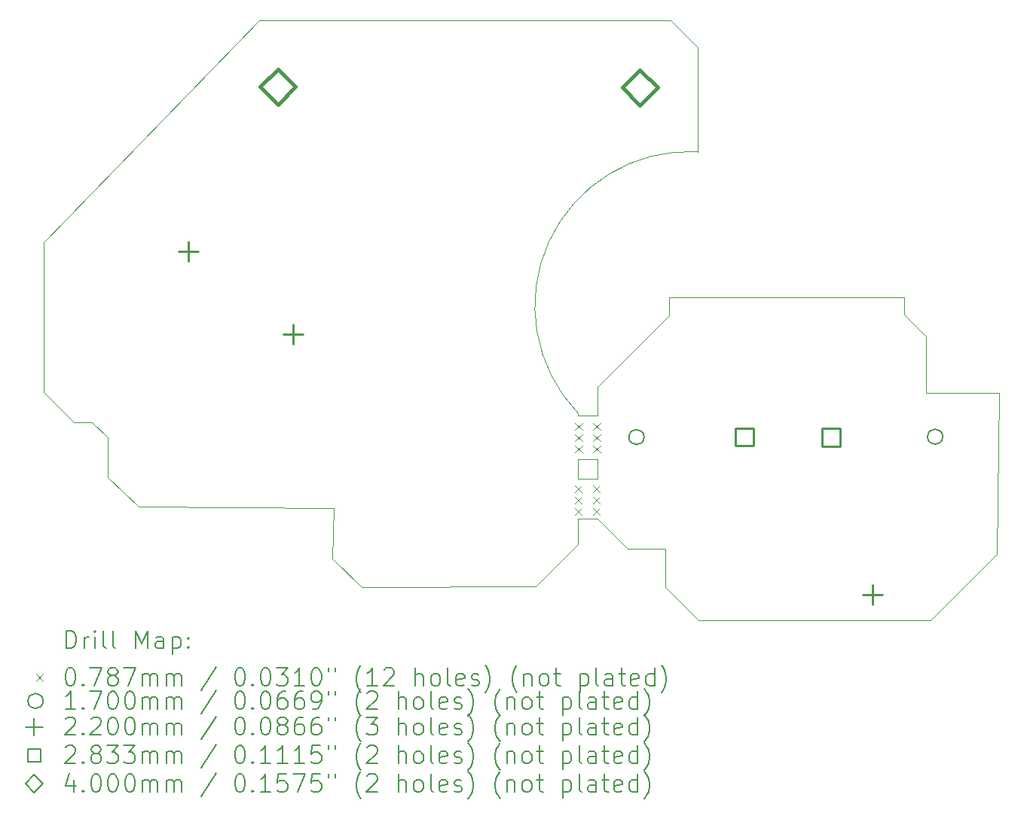
<source format=gbr>
%TF.GenerationSoftware,KiCad,Pcbnew,7.0.5-7.0.5~ubuntu20.04.1*%
%TF.CreationDate,2023-06-07T06:16:21-05:00*%
%TF.ProjectId,Phobri64,50686f62-7269-4363-942e-6b696361645f,rev?*%
%TF.SameCoordinates,Original*%
%TF.FileFunction,Drillmap*%
%TF.FilePolarity,Positive*%
%FSLAX45Y45*%
G04 Gerber Fmt 4.5, Leading zero omitted, Abs format (unit mm)*
G04 Created by KiCad (PCBNEW 7.0.5-7.0.5~ubuntu20.04.1) date 2023-06-07 06:16:21*
%MOMM*%
%LPD*%
G01*
G04 APERTURE LIST*
%ADD10C,0.100000*%
%ADD11C,0.200000*%
%ADD12C,0.078740*%
%ADD13C,0.170000*%
%ADD14C,0.220000*%
%ADD15C,0.283300*%
%ADD16C,0.400000*%
G04 APERTURE END LIST*
D10*
X18147328Y-11990749D02*
X18132035Y-12554892D01*
X20895584Y-12109428D02*
X20893277Y-12398563D01*
X18459985Y-12874347D02*
X20420892Y-12872647D01*
X15431942Y-11020526D02*
X15605298Y-11193883D01*
X22237236Y-7981042D02*
G75*
G03*
X20893277Y-10921936I-92219J-1735392D01*
G01*
X20420892Y-12872647D02*
X20893277Y-12398563D01*
X24850000Y-13250000D02*
X25595128Y-12503581D01*
X21110455Y-11660250D02*
X20893277Y-11660250D01*
X20893277Y-10950000D02*
X20893277Y-10921936D01*
X21916680Y-9817654D02*
X21110455Y-10623878D01*
X24554537Y-9816121D02*
X24553838Y-9615998D01*
X14886501Y-10682269D02*
X15224759Y-11020526D01*
X18132035Y-12554892D02*
X18459985Y-12874347D01*
X25595128Y-12503581D02*
X25622395Y-10690612D01*
X15955326Y-11973757D02*
X18147328Y-11990749D01*
X22243717Y-13250000D02*
X24850000Y-13250000D01*
X21874881Y-12449651D02*
X21450000Y-12450000D01*
X21930712Y-6500562D02*
X17313499Y-6500562D01*
X15605298Y-11193883D02*
X15605298Y-11646303D01*
X15605298Y-11646303D02*
X15955326Y-11973757D01*
X24799777Y-10691319D02*
X24799777Y-10061360D01*
X14886501Y-8999438D02*
X14886501Y-10682269D01*
X17313499Y-6500562D02*
X14886501Y-8999438D01*
X21918146Y-9615407D02*
X21916680Y-9817654D01*
X22238038Y-6807420D02*
X21930712Y-6500562D01*
X15224759Y-11020526D02*
X15431942Y-11020526D01*
X21110271Y-12109593D02*
X20895584Y-12109428D01*
X25622395Y-10690612D02*
X24799777Y-10691319D01*
X20893974Y-11440545D02*
X20893277Y-11660250D01*
X21450000Y-12450000D02*
X21110271Y-12109593D01*
X24553838Y-9615998D02*
X21918146Y-9615407D01*
X21110271Y-10950000D02*
X21110455Y-10623878D01*
X21110271Y-10950000D02*
X20893277Y-10950000D01*
X21110455Y-11440000D02*
X21110455Y-11660250D01*
X21110455Y-11440000D02*
X20893974Y-11440545D01*
X24799777Y-10061360D02*
X24554537Y-9816121D01*
X22237236Y-7981041D02*
X22238038Y-6807420D01*
X21875332Y-12874066D02*
X21874881Y-12449651D01*
X21875332Y-12874066D02*
X22243717Y-13250000D01*
D11*
D12*
X20857545Y-11733630D02*
X20936285Y-11812370D01*
X20936285Y-11733630D02*
X20857545Y-11812370D01*
X20857545Y-11860630D02*
X20936285Y-11939370D01*
X20936285Y-11860630D02*
X20857545Y-11939370D01*
X20857545Y-11987630D02*
X20936285Y-12066370D01*
X20936285Y-11987630D02*
X20857545Y-12066370D01*
X20860630Y-11033630D02*
X20939370Y-11112370D01*
X20939370Y-11033630D02*
X20860630Y-11112370D01*
X20860630Y-11160630D02*
X20939370Y-11239370D01*
X20939370Y-11160630D02*
X20860630Y-11239370D01*
X20860630Y-11287630D02*
X20939370Y-11366370D01*
X20939370Y-11287630D02*
X20860630Y-11366370D01*
X21060630Y-11733630D02*
X21139370Y-11812370D01*
X21139370Y-11733630D02*
X21060630Y-11812370D01*
X21060630Y-11860630D02*
X21139370Y-11939370D01*
X21139370Y-11860630D02*
X21060630Y-11939370D01*
X21060630Y-11987630D02*
X21139370Y-12066370D01*
X21139370Y-11987630D02*
X21060630Y-12066370D01*
X21063715Y-11033630D02*
X21142455Y-11112370D01*
X21142455Y-11033630D02*
X21063715Y-11112370D01*
X21063715Y-11160630D02*
X21142455Y-11239370D01*
X21142455Y-11160630D02*
X21063715Y-11239370D01*
X21063715Y-11287630D02*
X21142455Y-11366370D01*
X21142455Y-11287630D02*
X21063715Y-11366370D01*
D13*
X21635000Y-11190064D02*
G75*
G03*
X21635000Y-11190064I-85000J0D01*
G01*
X24990025Y-11186103D02*
G75*
G03*
X24990025Y-11186103I-85000J0D01*
G01*
D14*
X16511300Y-8990000D02*
X16511300Y-9210000D01*
X16401300Y-9100000D02*
X16621300Y-9100000D01*
X17695218Y-9919641D02*
X17695218Y-10139641D01*
X17585218Y-10029641D02*
X17805218Y-10029641D01*
X24200537Y-12854308D02*
X24200537Y-13074308D01*
X24090537Y-12964308D02*
X24310537Y-12964308D01*
D15*
X22863952Y-11289649D02*
X22863952Y-11089324D01*
X22663627Y-11089324D01*
X22663627Y-11289649D01*
X22863952Y-11289649D01*
X23833683Y-11295178D02*
X23833683Y-11094852D01*
X23633358Y-11094852D01*
X23633358Y-11295178D01*
X23833683Y-11295178D01*
D16*
X17520000Y-7450000D02*
X17720000Y-7250000D01*
X17520000Y-7050000D01*
X17320000Y-7250000D01*
X17520000Y-7450000D01*
X21588094Y-7460030D02*
X21788094Y-7260030D01*
X21588094Y-7060030D01*
X21388094Y-7260030D01*
X21588094Y-7460030D01*
D11*
X15142278Y-13566484D02*
X15142278Y-13366484D01*
X15142278Y-13366484D02*
X15189897Y-13366484D01*
X15189897Y-13366484D02*
X15218469Y-13376008D01*
X15218469Y-13376008D02*
X15237516Y-13395055D01*
X15237516Y-13395055D02*
X15247040Y-13414103D01*
X15247040Y-13414103D02*
X15256564Y-13452198D01*
X15256564Y-13452198D02*
X15256564Y-13480769D01*
X15256564Y-13480769D02*
X15247040Y-13518865D01*
X15247040Y-13518865D02*
X15237516Y-13537912D01*
X15237516Y-13537912D02*
X15218469Y-13556960D01*
X15218469Y-13556960D02*
X15189897Y-13566484D01*
X15189897Y-13566484D02*
X15142278Y-13566484D01*
X15342278Y-13566484D02*
X15342278Y-13433150D01*
X15342278Y-13471246D02*
X15351802Y-13452198D01*
X15351802Y-13452198D02*
X15361326Y-13442674D01*
X15361326Y-13442674D02*
X15380373Y-13433150D01*
X15380373Y-13433150D02*
X15399421Y-13433150D01*
X15466088Y-13566484D02*
X15466088Y-13433150D01*
X15466088Y-13366484D02*
X15456564Y-13376008D01*
X15456564Y-13376008D02*
X15466088Y-13385531D01*
X15466088Y-13385531D02*
X15475612Y-13376008D01*
X15475612Y-13376008D02*
X15466088Y-13366484D01*
X15466088Y-13366484D02*
X15466088Y-13385531D01*
X15589897Y-13566484D02*
X15570850Y-13556960D01*
X15570850Y-13556960D02*
X15561326Y-13537912D01*
X15561326Y-13537912D02*
X15561326Y-13366484D01*
X15694659Y-13566484D02*
X15675612Y-13556960D01*
X15675612Y-13556960D02*
X15666088Y-13537912D01*
X15666088Y-13537912D02*
X15666088Y-13366484D01*
X15923231Y-13566484D02*
X15923231Y-13366484D01*
X15923231Y-13366484D02*
X15989897Y-13509341D01*
X15989897Y-13509341D02*
X16056564Y-13366484D01*
X16056564Y-13366484D02*
X16056564Y-13566484D01*
X16237516Y-13566484D02*
X16237516Y-13461722D01*
X16237516Y-13461722D02*
X16227993Y-13442674D01*
X16227993Y-13442674D02*
X16208945Y-13433150D01*
X16208945Y-13433150D02*
X16170850Y-13433150D01*
X16170850Y-13433150D02*
X16151802Y-13442674D01*
X16237516Y-13556960D02*
X16218469Y-13566484D01*
X16218469Y-13566484D02*
X16170850Y-13566484D01*
X16170850Y-13566484D02*
X16151802Y-13556960D01*
X16151802Y-13556960D02*
X16142278Y-13537912D01*
X16142278Y-13537912D02*
X16142278Y-13518865D01*
X16142278Y-13518865D02*
X16151802Y-13499817D01*
X16151802Y-13499817D02*
X16170850Y-13490293D01*
X16170850Y-13490293D02*
X16218469Y-13490293D01*
X16218469Y-13490293D02*
X16237516Y-13480769D01*
X16332754Y-13433150D02*
X16332754Y-13633150D01*
X16332754Y-13442674D02*
X16351802Y-13433150D01*
X16351802Y-13433150D02*
X16389897Y-13433150D01*
X16389897Y-13433150D02*
X16408945Y-13442674D01*
X16408945Y-13442674D02*
X16418469Y-13452198D01*
X16418469Y-13452198D02*
X16427993Y-13471246D01*
X16427993Y-13471246D02*
X16427993Y-13528388D01*
X16427993Y-13528388D02*
X16418469Y-13547436D01*
X16418469Y-13547436D02*
X16408945Y-13556960D01*
X16408945Y-13556960D02*
X16389897Y-13566484D01*
X16389897Y-13566484D02*
X16351802Y-13566484D01*
X16351802Y-13566484D02*
X16332754Y-13556960D01*
X16513707Y-13547436D02*
X16523231Y-13556960D01*
X16523231Y-13556960D02*
X16513707Y-13566484D01*
X16513707Y-13566484D02*
X16504183Y-13556960D01*
X16504183Y-13556960D02*
X16513707Y-13547436D01*
X16513707Y-13547436D02*
X16513707Y-13566484D01*
X16513707Y-13442674D02*
X16523231Y-13452198D01*
X16523231Y-13452198D02*
X16513707Y-13461722D01*
X16513707Y-13461722D02*
X16504183Y-13452198D01*
X16504183Y-13452198D02*
X16513707Y-13442674D01*
X16513707Y-13442674D02*
X16513707Y-13461722D01*
D12*
X14802761Y-13855630D02*
X14881501Y-13934370D01*
X14881501Y-13855630D02*
X14802761Y-13934370D01*
D11*
X15180373Y-13786484D02*
X15199421Y-13786484D01*
X15199421Y-13786484D02*
X15218469Y-13796008D01*
X15218469Y-13796008D02*
X15227993Y-13805531D01*
X15227993Y-13805531D02*
X15237516Y-13824579D01*
X15237516Y-13824579D02*
X15247040Y-13862674D01*
X15247040Y-13862674D02*
X15247040Y-13910293D01*
X15247040Y-13910293D02*
X15237516Y-13948388D01*
X15237516Y-13948388D02*
X15227993Y-13967436D01*
X15227993Y-13967436D02*
X15218469Y-13976960D01*
X15218469Y-13976960D02*
X15199421Y-13986484D01*
X15199421Y-13986484D02*
X15180373Y-13986484D01*
X15180373Y-13986484D02*
X15161326Y-13976960D01*
X15161326Y-13976960D02*
X15151802Y-13967436D01*
X15151802Y-13967436D02*
X15142278Y-13948388D01*
X15142278Y-13948388D02*
X15132754Y-13910293D01*
X15132754Y-13910293D02*
X15132754Y-13862674D01*
X15132754Y-13862674D02*
X15142278Y-13824579D01*
X15142278Y-13824579D02*
X15151802Y-13805531D01*
X15151802Y-13805531D02*
X15161326Y-13796008D01*
X15161326Y-13796008D02*
X15180373Y-13786484D01*
X15332754Y-13967436D02*
X15342278Y-13976960D01*
X15342278Y-13976960D02*
X15332754Y-13986484D01*
X15332754Y-13986484D02*
X15323231Y-13976960D01*
X15323231Y-13976960D02*
X15332754Y-13967436D01*
X15332754Y-13967436D02*
X15332754Y-13986484D01*
X15408945Y-13786484D02*
X15542278Y-13786484D01*
X15542278Y-13786484D02*
X15456564Y-13986484D01*
X15647040Y-13872198D02*
X15627993Y-13862674D01*
X15627993Y-13862674D02*
X15618469Y-13853150D01*
X15618469Y-13853150D02*
X15608945Y-13834103D01*
X15608945Y-13834103D02*
X15608945Y-13824579D01*
X15608945Y-13824579D02*
X15618469Y-13805531D01*
X15618469Y-13805531D02*
X15627993Y-13796008D01*
X15627993Y-13796008D02*
X15647040Y-13786484D01*
X15647040Y-13786484D02*
X15685135Y-13786484D01*
X15685135Y-13786484D02*
X15704183Y-13796008D01*
X15704183Y-13796008D02*
X15713707Y-13805531D01*
X15713707Y-13805531D02*
X15723231Y-13824579D01*
X15723231Y-13824579D02*
X15723231Y-13834103D01*
X15723231Y-13834103D02*
X15713707Y-13853150D01*
X15713707Y-13853150D02*
X15704183Y-13862674D01*
X15704183Y-13862674D02*
X15685135Y-13872198D01*
X15685135Y-13872198D02*
X15647040Y-13872198D01*
X15647040Y-13872198D02*
X15627993Y-13881722D01*
X15627993Y-13881722D02*
X15618469Y-13891246D01*
X15618469Y-13891246D02*
X15608945Y-13910293D01*
X15608945Y-13910293D02*
X15608945Y-13948388D01*
X15608945Y-13948388D02*
X15618469Y-13967436D01*
X15618469Y-13967436D02*
X15627993Y-13976960D01*
X15627993Y-13976960D02*
X15647040Y-13986484D01*
X15647040Y-13986484D02*
X15685135Y-13986484D01*
X15685135Y-13986484D02*
X15704183Y-13976960D01*
X15704183Y-13976960D02*
X15713707Y-13967436D01*
X15713707Y-13967436D02*
X15723231Y-13948388D01*
X15723231Y-13948388D02*
X15723231Y-13910293D01*
X15723231Y-13910293D02*
X15713707Y-13891246D01*
X15713707Y-13891246D02*
X15704183Y-13881722D01*
X15704183Y-13881722D02*
X15685135Y-13872198D01*
X15789897Y-13786484D02*
X15923231Y-13786484D01*
X15923231Y-13786484D02*
X15837516Y-13986484D01*
X15999421Y-13986484D02*
X15999421Y-13853150D01*
X15999421Y-13872198D02*
X16008945Y-13862674D01*
X16008945Y-13862674D02*
X16027993Y-13853150D01*
X16027993Y-13853150D02*
X16056564Y-13853150D01*
X16056564Y-13853150D02*
X16075612Y-13862674D01*
X16075612Y-13862674D02*
X16085135Y-13881722D01*
X16085135Y-13881722D02*
X16085135Y-13986484D01*
X16085135Y-13881722D02*
X16094659Y-13862674D01*
X16094659Y-13862674D02*
X16113707Y-13853150D01*
X16113707Y-13853150D02*
X16142278Y-13853150D01*
X16142278Y-13853150D02*
X16161326Y-13862674D01*
X16161326Y-13862674D02*
X16170850Y-13881722D01*
X16170850Y-13881722D02*
X16170850Y-13986484D01*
X16266088Y-13986484D02*
X16266088Y-13853150D01*
X16266088Y-13872198D02*
X16275612Y-13862674D01*
X16275612Y-13862674D02*
X16294659Y-13853150D01*
X16294659Y-13853150D02*
X16323231Y-13853150D01*
X16323231Y-13853150D02*
X16342278Y-13862674D01*
X16342278Y-13862674D02*
X16351802Y-13881722D01*
X16351802Y-13881722D02*
X16351802Y-13986484D01*
X16351802Y-13881722D02*
X16361326Y-13862674D01*
X16361326Y-13862674D02*
X16380374Y-13853150D01*
X16380374Y-13853150D02*
X16408945Y-13853150D01*
X16408945Y-13853150D02*
X16427993Y-13862674D01*
X16427993Y-13862674D02*
X16437516Y-13881722D01*
X16437516Y-13881722D02*
X16437516Y-13986484D01*
X16827993Y-13776960D02*
X16656564Y-14034103D01*
X17085136Y-13786484D02*
X17104183Y-13786484D01*
X17104183Y-13786484D02*
X17123231Y-13796008D01*
X17123231Y-13796008D02*
X17132755Y-13805531D01*
X17132755Y-13805531D02*
X17142279Y-13824579D01*
X17142279Y-13824579D02*
X17151802Y-13862674D01*
X17151802Y-13862674D02*
X17151802Y-13910293D01*
X17151802Y-13910293D02*
X17142279Y-13948388D01*
X17142279Y-13948388D02*
X17132755Y-13967436D01*
X17132755Y-13967436D02*
X17123231Y-13976960D01*
X17123231Y-13976960D02*
X17104183Y-13986484D01*
X17104183Y-13986484D02*
X17085136Y-13986484D01*
X17085136Y-13986484D02*
X17066088Y-13976960D01*
X17066088Y-13976960D02*
X17056564Y-13967436D01*
X17056564Y-13967436D02*
X17047040Y-13948388D01*
X17047040Y-13948388D02*
X17037517Y-13910293D01*
X17037517Y-13910293D02*
X17037517Y-13862674D01*
X17037517Y-13862674D02*
X17047040Y-13824579D01*
X17047040Y-13824579D02*
X17056564Y-13805531D01*
X17056564Y-13805531D02*
X17066088Y-13796008D01*
X17066088Y-13796008D02*
X17085136Y-13786484D01*
X17237517Y-13967436D02*
X17247040Y-13976960D01*
X17247040Y-13976960D02*
X17237517Y-13986484D01*
X17237517Y-13986484D02*
X17227993Y-13976960D01*
X17227993Y-13976960D02*
X17237517Y-13967436D01*
X17237517Y-13967436D02*
X17237517Y-13986484D01*
X17370850Y-13786484D02*
X17389898Y-13786484D01*
X17389898Y-13786484D02*
X17408945Y-13796008D01*
X17408945Y-13796008D02*
X17418469Y-13805531D01*
X17418469Y-13805531D02*
X17427993Y-13824579D01*
X17427993Y-13824579D02*
X17437517Y-13862674D01*
X17437517Y-13862674D02*
X17437517Y-13910293D01*
X17437517Y-13910293D02*
X17427993Y-13948388D01*
X17427993Y-13948388D02*
X17418469Y-13967436D01*
X17418469Y-13967436D02*
X17408945Y-13976960D01*
X17408945Y-13976960D02*
X17389898Y-13986484D01*
X17389898Y-13986484D02*
X17370850Y-13986484D01*
X17370850Y-13986484D02*
X17351802Y-13976960D01*
X17351802Y-13976960D02*
X17342279Y-13967436D01*
X17342279Y-13967436D02*
X17332755Y-13948388D01*
X17332755Y-13948388D02*
X17323231Y-13910293D01*
X17323231Y-13910293D02*
X17323231Y-13862674D01*
X17323231Y-13862674D02*
X17332755Y-13824579D01*
X17332755Y-13824579D02*
X17342279Y-13805531D01*
X17342279Y-13805531D02*
X17351802Y-13796008D01*
X17351802Y-13796008D02*
X17370850Y-13786484D01*
X17504183Y-13786484D02*
X17627993Y-13786484D01*
X17627993Y-13786484D02*
X17561326Y-13862674D01*
X17561326Y-13862674D02*
X17589898Y-13862674D01*
X17589898Y-13862674D02*
X17608945Y-13872198D01*
X17608945Y-13872198D02*
X17618469Y-13881722D01*
X17618469Y-13881722D02*
X17627993Y-13900769D01*
X17627993Y-13900769D02*
X17627993Y-13948388D01*
X17627993Y-13948388D02*
X17618469Y-13967436D01*
X17618469Y-13967436D02*
X17608945Y-13976960D01*
X17608945Y-13976960D02*
X17589898Y-13986484D01*
X17589898Y-13986484D02*
X17532755Y-13986484D01*
X17532755Y-13986484D02*
X17513707Y-13976960D01*
X17513707Y-13976960D02*
X17504183Y-13967436D01*
X17818469Y-13986484D02*
X17704183Y-13986484D01*
X17761326Y-13986484D02*
X17761326Y-13786484D01*
X17761326Y-13786484D02*
X17742279Y-13815055D01*
X17742279Y-13815055D02*
X17723231Y-13834103D01*
X17723231Y-13834103D02*
X17704183Y-13843627D01*
X17942279Y-13786484D02*
X17961326Y-13786484D01*
X17961326Y-13786484D02*
X17980374Y-13796008D01*
X17980374Y-13796008D02*
X17989898Y-13805531D01*
X17989898Y-13805531D02*
X17999421Y-13824579D01*
X17999421Y-13824579D02*
X18008945Y-13862674D01*
X18008945Y-13862674D02*
X18008945Y-13910293D01*
X18008945Y-13910293D02*
X17999421Y-13948388D01*
X17999421Y-13948388D02*
X17989898Y-13967436D01*
X17989898Y-13967436D02*
X17980374Y-13976960D01*
X17980374Y-13976960D02*
X17961326Y-13986484D01*
X17961326Y-13986484D02*
X17942279Y-13986484D01*
X17942279Y-13986484D02*
X17923231Y-13976960D01*
X17923231Y-13976960D02*
X17913707Y-13967436D01*
X17913707Y-13967436D02*
X17904183Y-13948388D01*
X17904183Y-13948388D02*
X17894660Y-13910293D01*
X17894660Y-13910293D02*
X17894660Y-13862674D01*
X17894660Y-13862674D02*
X17904183Y-13824579D01*
X17904183Y-13824579D02*
X17913707Y-13805531D01*
X17913707Y-13805531D02*
X17923231Y-13796008D01*
X17923231Y-13796008D02*
X17942279Y-13786484D01*
X18085136Y-13786484D02*
X18085136Y-13824579D01*
X18161326Y-13786484D02*
X18161326Y-13824579D01*
X18456564Y-14062674D02*
X18447041Y-14053150D01*
X18447041Y-14053150D02*
X18427993Y-14024579D01*
X18427993Y-14024579D02*
X18418469Y-14005531D01*
X18418469Y-14005531D02*
X18408945Y-13976960D01*
X18408945Y-13976960D02*
X18399422Y-13929341D01*
X18399422Y-13929341D02*
X18399422Y-13891246D01*
X18399422Y-13891246D02*
X18408945Y-13843627D01*
X18408945Y-13843627D02*
X18418469Y-13815055D01*
X18418469Y-13815055D02*
X18427993Y-13796008D01*
X18427993Y-13796008D02*
X18447041Y-13767436D01*
X18447041Y-13767436D02*
X18456564Y-13757912D01*
X18637517Y-13986484D02*
X18523231Y-13986484D01*
X18580374Y-13986484D02*
X18580374Y-13786484D01*
X18580374Y-13786484D02*
X18561326Y-13815055D01*
X18561326Y-13815055D02*
X18542279Y-13834103D01*
X18542279Y-13834103D02*
X18523231Y-13843627D01*
X18713707Y-13805531D02*
X18723231Y-13796008D01*
X18723231Y-13796008D02*
X18742279Y-13786484D01*
X18742279Y-13786484D02*
X18789898Y-13786484D01*
X18789898Y-13786484D02*
X18808945Y-13796008D01*
X18808945Y-13796008D02*
X18818469Y-13805531D01*
X18818469Y-13805531D02*
X18827993Y-13824579D01*
X18827993Y-13824579D02*
X18827993Y-13843627D01*
X18827993Y-13843627D02*
X18818469Y-13872198D01*
X18818469Y-13872198D02*
X18704183Y-13986484D01*
X18704183Y-13986484D02*
X18827993Y-13986484D01*
X19066088Y-13986484D02*
X19066088Y-13786484D01*
X19151803Y-13986484D02*
X19151803Y-13881722D01*
X19151803Y-13881722D02*
X19142279Y-13862674D01*
X19142279Y-13862674D02*
X19123231Y-13853150D01*
X19123231Y-13853150D02*
X19094660Y-13853150D01*
X19094660Y-13853150D02*
X19075612Y-13862674D01*
X19075612Y-13862674D02*
X19066088Y-13872198D01*
X19275612Y-13986484D02*
X19256564Y-13976960D01*
X19256564Y-13976960D02*
X19247041Y-13967436D01*
X19247041Y-13967436D02*
X19237517Y-13948388D01*
X19237517Y-13948388D02*
X19237517Y-13891246D01*
X19237517Y-13891246D02*
X19247041Y-13872198D01*
X19247041Y-13872198D02*
X19256564Y-13862674D01*
X19256564Y-13862674D02*
X19275612Y-13853150D01*
X19275612Y-13853150D02*
X19304184Y-13853150D01*
X19304184Y-13853150D02*
X19323231Y-13862674D01*
X19323231Y-13862674D02*
X19332755Y-13872198D01*
X19332755Y-13872198D02*
X19342279Y-13891246D01*
X19342279Y-13891246D02*
X19342279Y-13948388D01*
X19342279Y-13948388D02*
X19332755Y-13967436D01*
X19332755Y-13967436D02*
X19323231Y-13976960D01*
X19323231Y-13976960D02*
X19304184Y-13986484D01*
X19304184Y-13986484D02*
X19275612Y-13986484D01*
X19456564Y-13986484D02*
X19437517Y-13976960D01*
X19437517Y-13976960D02*
X19427993Y-13957912D01*
X19427993Y-13957912D02*
X19427993Y-13786484D01*
X19608945Y-13976960D02*
X19589898Y-13986484D01*
X19589898Y-13986484D02*
X19551803Y-13986484D01*
X19551803Y-13986484D02*
X19532755Y-13976960D01*
X19532755Y-13976960D02*
X19523231Y-13957912D01*
X19523231Y-13957912D02*
X19523231Y-13881722D01*
X19523231Y-13881722D02*
X19532755Y-13862674D01*
X19532755Y-13862674D02*
X19551803Y-13853150D01*
X19551803Y-13853150D02*
X19589898Y-13853150D01*
X19589898Y-13853150D02*
X19608945Y-13862674D01*
X19608945Y-13862674D02*
X19618469Y-13881722D01*
X19618469Y-13881722D02*
X19618469Y-13900769D01*
X19618469Y-13900769D02*
X19523231Y-13919817D01*
X19694660Y-13976960D02*
X19713707Y-13986484D01*
X19713707Y-13986484D02*
X19751803Y-13986484D01*
X19751803Y-13986484D02*
X19770850Y-13976960D01*
X19770850Y-13976960D02*
X19780374Y-13957912D01*
X19780374Y-13957912D02*
X19780374Y-13948388D01*
X19780374Y-13948388D02*
X19770850Y-13929341D01*
X19770850Y-13929341D02*
X19751803Y-13919817D01*
X19751803Y-13919817D02*
X19723231Y-13919817D01*
X19723231Y-13919817D02*
X19704184Y-13910293D01*
X19704184Y-13910293D02*
X19694660Y-13891246D01*
X19694660Y-13891246D02*
X19694660Y-13881722D01*
X19694660Y-13881722D02*
X19704184Y-13862674D01*
X19704184Y-13862674D02*
X19723231Y-13853150D01*
X19723231Y-13853150D02*
X19751803Y-13853150D01*
X19751803Y-13853150D02*
X19770850Y-13862674D01*
X19847041Y-14062674D02*
X19856565Y-14053150D01*
X19856565Y-14053150D02*
X19875612Y-14024579D01*
X19875612Y-14024579D02*
X19885136Y-14005531D01*
X19885136Y-14005531D02*
X19894660Y-13976960D01*
X19894660Y-13976960D02*
X19904184Y-13929341D01*
X19904184Y-13929341D02*
X19904184Y-13891246D01*
X19904184Y-13891246D02*
X19894660Y-13843627D01*
X19894660Y-13843627D02*
X19885136Y-13815055D01*
X19885136Y-13815055D02*
X19875612Y-13796008D01*
X19875612Y-13796008D02*
X19856565Y-13767436D01*
X19856565Y-13767436D02*
X19847041Y-13757912D01*
X20208946Y-14062674D02*
X20199422Y-14053150D01*
X20199422Y-14053150D02*
X20180374Y-14024579D01*
X20180374Y-14024579D02*
X20170850Y-14005531D01*
X20170850Y-14005531D02*
X20161326Y-13976960D01*
X20161326Y-13976960D02*
X20151803Y-13929341D01*
X20151803Y-13929341D02*
X20151803Y-13891246D01*
X20151803Y-13891246D02*
X20161326Y-13843627D01*
X20161326Y-13843627D02*
X20170850Y-13815055D01*
X20170850Y-13815055D02*
X20180374Y-13796008D01*
X20180374Y-13796008D02*
X20199422Y-13767436D01*
X20199422Y-13767436D02*
X20208946Y-13757912D01*
X20285136Y-13853150D02*
X20285136Y-13986484D01*
X20285136Y-13872198D02*
X20294660Y-13862674D01*
X20294660Y-13862674D02*
X20313707Y-13853150D01*
X20313707Y-13853150D02*
X20342279Y-13853150D01*
X20342279Y-13853150D02*
X20361326Y-13862674D01*
X20361326Y-13862674D02*
X20370850Y-13881722D01*
X20370850Y-13881722D02*
X20370850Y-13986484D01*
X20494660Y-13986484D02*
X20475612Y-13976960D01*
X20475612Y-13976960D02*
X20466088Y-13967436D01*
X20466088Y-13967436D02*
X20456565Y-13948388D01*
X20456565Y-13948388D02*
X20456565Y-13891246D01*
X20456565Y-13891246D02*
X20466088Y-13872198D01*
X20466088Y-13872198D02*
X20475612Y-13862674D01*
X20475612Y-13862674D02*
X20494660Y-13853150D01*
X20494660Y-13853150D02*
X20523231Y-13853150D01*
X20523231Y-13853150D02*
X20542279Y-13862674D01*
X20542279Y-13862674D02*
X20551803Y-13872198D01*
X20551803Y-13872198D02*
X20561326Y-13891246D01*
X20561326Y-13891246D02*
X20561326Y-13948388D01*
X20561326Y-13948388D02*
X20551803Y-13967436D01*
X20551803Y-13967436D02*
X20542279Y-13976960D01*
X20542279Y-13976960D02*
X20523231Y-13986484D01*
X20523231Y-13986484D02*
X20494660Y-13986484D01*
X20618469Y-13853150D02*
X20694660Y-13853150D01*
X20647041Y-13786484D02*
X20647041Y-13957912D01*
X20647041Y-13957912D02*
X20656565Y-13976960D01*
X20656565Y-13976960D02*
X20675612Y-13986484D01*
X20675612Y-13986484D02*
X20694660Y-13986484D01*
X20913707Y-13853150D02*
X20913707Y-14053150D01*
X20913707Y-13862674D02*
X20932755Y-13853150D01*
X20932755Y-13853150D02*
X20970850Y-13853150D01*
X20970850Y-13853150D02*
X20989898Y-13862674D01*
X20989898Y-13862674D02*
X20999422Y-13872198D01*
X20999422Y-13872198D02*
X21008946Y-13891246D01*
X21008946Y-13891246D02*
X21008946Y-13948388D01*
X21008946Y-13948388D02*
X20999422Y-13967436D01*
X20999422Y-13967436D02*
X20989898Y-13976960D01*
X20989898Y-13976960D02*
X20970850Y-13986484D01*
X20970850Y-13986484D02*
X20932755Y-13986484D01*
X20932755Y-13986484D02*
X20913707Y-13976960D01*
X21123231Y-13986484D02*
X21104184Y-13976960D01*
X21104184Y-13976960D02*
X21094660Y-13957912D01*
X21094660Y-13957912D02*
X21094660Y-13786484D01*
X21285136Y-13986484D02*
X21285136Y-13881722D01*
X21285136Y-13881722D02*
X21275612Y-13862674D01*
X21275612Y-13862674D02*
X21256565Y-13853150D01*
X21256565Y-13853150D02*
X21218469Y-13853150D01*
X21218469Y-13853150D02*
X21199422Y-13862674D01*
X21285136Y-13976960D02*
X21266088Y-13986484D01*
X21266088Y-13986484D02*
X21218469Y-13986484D01*
X21218469Y-13986484D02*
X21199422Y-13976960D01*
X21199422Y-13976960D02*
X21189898Y-13957912D01*
X21189898Y-13957912D02*
X21189898Y-13938865D01*
X21189898Y-13938865D02*
X21199422Y-13919817D01*
X21199422Y-13919817D02*
X21218469Y-13910293D01*
X21218469Y-13910293D02*
X21266088Y-13910293D01*
X21266088Y-13910293D02*
X21285136Y-13900769D01*
X21351803Y-13853150D02*
X21427993Y-13853150D01*
X21380374Y-13786484D02*
X21380374Y-13957912D01*
X21380374Y-13957912D02*
X21389898Y-13976960D01*
X21389898Y-13976960D02*
X21408946Y-13986484D01*
X21408946Y-13986484D02*
X21427993Y-13986484D01*
X21570850Y-13976960D02*
X21551803Y-13986484D01*
X21551803Y-13986484D02*
X21513707Y-13986484D01*
X21513707Y-13986484D02*
X21494660Y-13976960D01*
X21494660Y-13976960D02*
X21485136Y-13957912D01*
X21485136Y-13957912D02*
X21485136Y-13881722D01*
X21485136Y-13881722D02*
X21494660Y-13862674D01*
X21494660Y-13862674D02*
X21513707Y-13853150D01*
X21513707Y-13853150D02*
X21551803Y-13853150D01*
X21551803Y-13853150D02*
X21570850Y-13862674D01*
X21570850Y-13862674D02*
X21580374Y-13881722D01*
X21580374Y-13881722D02*
X21580374Y-13900769D01*
X21580374Y-13900769D02*
X21485136Y-13919817D01*
X21751803Y-13986484D02*
X21751803Y-13786484D01*
X21751803Y-13976960D02*
X21732755Y-13986484D01*
X21732755Y-13986484D02*
X21694660Y-13986484D01*
X21694660Y-13986484D02*
X21675612Y-13976960D01*
X21675612Y-13976960D02*
X21666088Y-13967436D01*
X21666088Y-13967436D02*
X21656565Y-13948388D01*
X21656565Y-13948388D02*
X21656565Y-13891246D01*
X21656565Y-13891246D02*
X21666088Y-13872198D01*
X21666088Y-13872198D02*
X21675612Y-13862674D01*
X21675612Y-13862674D02*
X21694660Y-13853150D01*
X21694660Y-13853150D02*
X21732755Y-13853150D01*
X21732755Y-13853150D02*
X21751803Y-13862674D01*
X21827993Y-14062674D02*
X21837517Y-14053150D01*
X21837517Y-14053150D02*
X21856565Y-14024579D01*
X21856565Y-14024579D02*
X21866088Y-14005531D01*
X21866088Y-14005531D02*
X21875612Y-13976960D01*
X21875612Y-13976960D02*
X21885136Y-13929341D01*
X21885136Y-13929341D02*
X21885136Y-13891246D01*
X21885136Y-13891246D02*
X21875612Y-13843627D01*
X21875612Y-13843627D02*
X21866088Y-13815055D01*
X21866088Y-13815055D02*
X21856565Y-13796008D01*
X21856565Y-13796008D02*
X21837517Y-13767436D01*
X21837517Y-13767436D02*
X21827993Y-13757912D01*
D13*
X14881501Y-14159000D02*
G75*
G03*
X14881501Y-14159000I-85000J0D01*
G01*
D11*
X15247040Y-14250484D02*
X15132754Y-14250484D01*
X15189897Y-14250484D02*
X15189897Y-14050484D01*
X15189897Y-14050484D02*
X15170850Y-14079055D01*
X15170850Y-14079055D02*
X15151802Y-14098103D01*
X15151802Y-14098103D02*
X15132754Y-14107627D01*
X15332754Y-14231436D02*
X15342278Y-14240960D01*
X15342278Y-14240960D02*
X15332754Y-14250484D01*
X15332754Y-14250484D02*
X15323231Y-14240960D01*
X15323231Y-14240960D02*
X15332754Y-14231436D01*
X15332754Y-14231436D02*
X15332754Y-14250484D01*
X15408945Y-14050484D02*
X15542278Y-14050484D01*
X15542278Y-14050484D02*
X15456564Y-14250484D01*
X15656564Y-14050484D02*
X15675612Y-14050484D01*
X15675612Y-14050484D02*
X15694659Y-14060008D01*
X15694659Y-14060008D02*
X15704183Y-14069531D01*
X15704183Y-14069531D02*
X15713707Y-14088579D01*
X15713707Y-14088579D02*
X15723231Y-14126674D01*
X15723231Y-14126674D02*
X15723231Y-14174293D01*
X15723231Y-14174293D02*
X15713707Y-14212388D01*
X15713707Y-14212388D02*
X15704183Y-14231436D01*
X15704183Y-14231436D02*
X15694659Y-14240960D01*
X15694659Y-14240960D02*
X15675612Y-14250484D01*
X15675612Y-14250484D02*
X15656564Y-14250484D01*
X15656564Y-14250484D02*
X15637516Y-14240960D01*
X15637516Y-14240960D02*
X15627993Y-14231436D01*
X15627993Y-14231436D02*
X15618469Y-14212388D01*
X15618469Y-14212388D02*
X15608945Y-14174293D01*
X15608945Y-14174293D02*
X15608945Y-14126674D01*
X15608945Y-14126674D02*
X15618469Y-14088579D01*
X15618469Y-14088579D02*
X15627993Y-14069531D01*
X15627993Y-14069531D02*
X15637516Y-14060008D01*
X15637516Y-14060008D02*
X15656564Y-14050484D01*
X15847040Y-14050484D02*
X15866088Y-14050484D01*
X15866088Y-14050484D02*
X15885135Y-14060008D01*
X15885135Y-14060008D02*
X15894659Y-14069531D01*
X15894659Y-14069531D02*
X15904183Y-14088579D01*
X15904183Y-14088579D02*
X15913707Y-14126674D01*
X15913707Y-14126674D02*
X15913707Y-14174293D01*
X15913707Y-14174293D02*
X15904183Y-14212388D01*
X15904183Y-14212388D02*
X15894659Y-14231436D01*
X15894659Y-14231436D02*
X15885135Y-14240960D01*
X15885135Y-14240960D02*
X15866088Y-14250484D01*
X15866088Y-14250484D02*
X15847040Y-14250484D01*
X15847040Y-14250484D02*
X15827993Y-14240960D01*
X15827993Y-14240960D02*
X15818469Y-14231436D01*
X15818469Y-14231436D02*
X15808945Y-14212388D01*
X15808945Y-14212388D02*
X15799421Y-14174293D01*
X15799421Y-14174293D02*
X15799421Y-14126674D01*
X15799421Y-14126674D02*
X15808945Y-14088579D01*
X15808945Y-14088579D02*
X15818469Y-14069531D01*
X15818469Y-14069531D02*
X15827993Y-14060008D01*
X15827993Y-14060008D02*
X15847040Y-14050484D01*
X15999421Y-14250484D02*
X15999421Y-14117150D01*
X15999421Y-14136198D02*
X16008945Y-14126674D01*
X16008945Y-14126674D02*
X16027993Y-14117150D01*
X16027993Y-14117150D02*
X16056564Y-14117150D01*
X16056564Y-14117150D02*
X16075612Y-14126674D01*
X16075612Y-14126674D02*
X16085135Y-14145722D01*
X16085135Y-14145722D02*
X16085135Y-14250484D01*
X16085135Y-14145722D02*
X16094659Y-14126674D01*
X16094659Y-14126674D02*
X16113707Y-14117150D01*
X16113707Y-14117150D02*
X16142278Y-14117150D01*
X16142278Y-14117150D02*
X16161326Y-14126674D01*
X16161326Y-14126674D02*
X16170850Y-14145722D01*
X16170850Y-14145722D02*
X16170850Y-14250484D01*
X16266088Y-14250484D02*
X16266088Y-14117150D01*
X16266088Y-14136198D02*
X16275612Y-14126674D01*
X16275612Y-14126674D02*
X16294659Y-14117150D01*
X16294659Y-14117150D02*
X16323231Y-14117150D01*
X16323231Y-14117150D02*
X16342278Y-14126674D01*
X16342278Y-14126674D02*
X16351802Y-14145722D01*
X16351802Y-14145722D02*
X16351802Y-14250484D01*
X16351802Y-14145722D02*
X16361326Y-14126674D01*
X16361326Y-14126674D02*
X16380374Y-14117150D01*
X16380374Y-14117150D02*
X16408945Y-14117150D01*
X16408945Y-14117150D02*
X16427993Y-14126674D01*
X16427993Y-14126674D02*
X16437516Y-14145722D01*
X16437516Y-14145722D02*
X16437516Y-14250484D01*
X16827993Y-14040960D02*
X16656564Y-14298103D01*
X17085136Y-14050484D02*
X17104183Y-14050484D01*
X17104183Y-14050484D02*
X17123231Y-14060008D01*
X17123231Y-14060008D02*
X17132755Y-14069531D01*
X17132755Y-14069531D02*
X17142279Y-14088579D01*
X17142279Y-14088579D02*
X17151802Y-14126674D01*
X17151802Y-14126674D02*
X17151802Y-14174293D01*
X17151802Y-14174293D02*
X17142279Y-14212388D01*
X17142279Y-14212388D02*
X17132755Y-14231436D01*
X17132755Y-14231436D02*
X17123231Y-14240960D01*
X17123231Y-14240960D02*
X17104183Y-14250484D01*
X17104183Y-14250484D02*
X17085136Y-14250484D01*
X17085136Y-14250484D02*
X17066088Y-14240960D01*
X17066088Y-14240960D02*
X17056564Y-14231436D01*
X17056564Y-14231436D02*
X17047040Y-14212388D01*
X17047040Y-14212388D02*
X17037517Y-14174293D01*
X17037517Y-14174293D02*
X17037517Y-14126674D01*
X17037517Y-14126674D02*
X17047040Y-14088579D01*
X17047040Y-14088579D02*
X17056564Y-14069531D01*
X17056564Y-14069531D02*
X17066088Y-14060008D01*
X17066088Y-14060008D02*
X17085136Y-14050484D01*
X17237517Y-14231436D02*
X17247040Y-14240960D01*
X17247040Y-14240960D02*
X17237517Y-14250484D01*
X17237517Y-14250484D02*
X17227993Y-14240960D01*
X17227993Y-14240960D02*
X17237517Y-14231436D01*
X17237517Y-14231436D02*
X17237517Y-14250484D01*
X17370850Y-14050484D02*
X17389898Y-14050484D01*
X17389898Y-14050484D02*
X17408945Y-14060008D01*
X17408945Y-14060008D02*
X17418469Y-14069531D01*
X17418469Y-14069531D02*
X17427993Y-14088579D01*
X17427993Y-14088579D02*
X17437517Y-14126674D01*
X17437517Y-14126674D02*
X17437517Y-14174293D01*
X17437517Y-14174293D02*
X17427993Y-14212388D01*
X17427993Y-14212388D02*
X17418469Y-14231436D01*
X17418469Y-14231436D02*
X17408945Y-14240960D01*
X17408945Y-14240960D02*
X17389898Y-14250484D01*
X17389898Y-14250484D02*
X17370850Y-14250484D01*
X17370850Y-14250484D02*
X17351802Y-14240960D01*
X17351802Y-14240960D02*
X17342279Y-14231436D01*
X17342279Y-14231436D02*
X17332755Y-14212388D01*
X17332755Y-14212388D02*
X17323231Y-14174293D01*
X17323231Y-14174293D02*
X17323231Y-14126674D01*
X17323231Y-14126674D02*
X17332755Y-14088579D01*
X17332755Y-14088579D02*
X17342279Y-14069531D01*
X17342279Y-14069531D02*
X17351802Y-14060008D01*
X17351802Y-14060008D02*
X17370850Y-14050484D01*
X17608945Y-14050484D02*
X17570850Y-14050484D01*
X17570850Y-14050484D02*
X17551802Y-14060008D01*
X17551802Y-14060008D02*
X17542279Y-14069531D01*
X17542279Y-14069531D02*
X17523231Y-14098103D01*
X17523231Y-14098103D02*
X17513707Y-14136198D01*
X17513707Y-14136198D02*
X17513707Y-14212388D01*
X17513707Y-14212388D02*
X17523231Y-14231436D01*
X17523231Y-14231436D02*
X17532755Y-14240960D01*
X17532755Y-14240960D02*
X17551802Y-14250484D01*
X17551802Y-14250484D02*
X17589898Y-14250484D01*
X17589898Y-14250484D02*
X17608945Y-14240960D01*
X17608945Y-14240960D02*
X17618469Y-14231436D01*
X17618469Y-14231436D02*
X17627993Y-14212388D01*
X17627993Y-14212388D02*
X17627993Y-14164769D01*
X17627993Y-14164769D02*
X17618469Y-14145722D01*
X17618469Y-14145722D02*
X17608945Y-14136198D01*
X17608945Y-14136198D02*
X17589898Y-14126674D01*
X17589898Y-14126674D02*
X17551802Y-14126674D01*
X17551802Y-14126674D02*
X17532755Y-14136198D01*
X17532755Y-14136198D02*
X17523231Y-14145722D01*
X17523231Y-14145722D02*
X17513707Y-14164769D01*
X17799421Y-14050484D02*
X17761326Y-14050484D01*
X17761326Y-14050484D02*
X17742279Y-14060008D01*
X17742279Y-14060008D02*
X17732755Y-14069531D01*
X17732755Y-14069531D02*
X17713707Y-14098103D01*
X17713707Y-14098103D02*
X17704183Y-14136198D01*
X17704183Y-14136198D02*
X17704183Y-14212388D01*
X17704183Y-14212388D02*
X17713707Y-14231436D01*
X17713707Y-14231436D02*
X17723231Y-14240960D01*
X17723231Y-14240960D02*
X17742279Y-14250484D01*
X17742279Y-14250484D02*
X17780374Y-14250484D01*
X17780374Y-14250484D02*
X17799421Y-14240960D01*
X17799421Y-14240960D02*
X17808945Y-14231436D01*
X17808945Y-14231436D02*
X17818469Y-14212388D01*
X17818469Y-14212388D02*
X17818469Y-14164769D01*
X17818469Y-14164769D02*
X17808945Y-14145722D01*
X17808945Y-14145722D02*
X17799421Y-14136198D01*
X17799421Y-14136198D02*
X17780374Y-14126674D01*
X17780374Y-14126674D02*
X17742279Y-14126674D01*
X17742279Y-14126674D02*
X17723231Y-14136198D01*
X17723231Y-14136198D02*
X17713707Y-14145722D01*
X17713707Y-14145722D02*
X17704183Y-14164769D01*
X17913707Y-14250484D02*
X17951802Y-14250484D01*
X17951802Y-14250484D02*
X17970850Y-14240960D01*
X17970850Y-14240960D02*
X17980374Y-14231436D01*
X17980374Y-14231436D02*
X17999421Y-14202865D01*
X17999421Y-14202865D02*
X18008945Y-14164769D01*
X18008945Y-14164769D02*
X18008945Y-14088579D01*
X18008945Y-14088579D02*
X17999421Y-14069531D01*
X17999421Y-14069531D02*
X17989898Y-14060008D01*
X17989898Y-14060008D02*
X17970850Y-14050484D01*
X17970850Y-14050484D02*
X17932755Y-14050484D01*
X17932755Y-14050484D02*
X17913707Y-14060008D01*
X17913707Y-14060008D02*
X17904183Y-14069531D01*
X17904183Y-14069531D02*
X17894660Y-14088579D01*
X17894660Y-14088579D02*
X17894660Y-14136198D01*
X17894660Y-14136198D02*
X17904183Y-14155246D01*
X17904183Y-14155246D02*
X17913707Y-14164769D01*
X17913707Y-14164769D02*
X17932755Y-14174293D01*
X17932755Y-14174293D02*
X17970850Y-14174293D01*
X17970850Y-14174293D02*
X17989898Y-14164769D01*
X17989898Y-14164769D02*
X17999421Y-14155246D01*
X17999421Y-14155246D02*
X18008945Y-14136198D01*
X18085136Y-14050484D02*
X18085136Y-14088579D01*
X18161326Y-14050484D02*
X18161326Y-14088579D01*
X18456564Y-14326674D02*
X18447041Y-14317150D01*
X18447041Y-14317150D02*
X18427993Y-14288579D01*
X18427993Y-14288579D02*
X18418469Y-14269531D01*
X18418469Y-14269531D02*
X18408945Y-14240960D01*
X18408945Y-14240960D02*
X18399422Y-14193341D01*
X18399422Y-14193341D02*
X18399422Y-14155246D01*
X18399422Y-14155246D02*
X18408945Y-14107627D01*
X18408945Y-14107627D02*
X18418469Y-14079055D01*
X18418469Y-14079055D02*
X18427993Y-14060008D01*
X18427993Y-14060008D02*
X18447041Y-14031436D01*
X18447041Y-14031436D02*
X18456564Y-14021912D01*
X18523231Y-14069531D02*
X18532755Y-14060008D01*
X18532755Y-14060008D02*
X18551802Y-14050484D01*
X18551802Y-14050484D02*
X18599422Y-14050484D01*
X18599422Y-14050484D02*
X18618469Y-14060008D01*
X18618469Y-14060008D02*
X18627993Y-14069531D01*
X18627993Y-14069531D02*
X18637517Y-14088579D01*
X18637517Y-14088579D02*
X18637517Y-14107627D01*
X18637517Y-14107627D02*
X18627993Y-14136198D01*
X18627993Y-14136198D02*
X18513707Y-14250484D01*
X18513707Y-14250484D02*
X18637517Y-14250484D01*
X18875612Y-14250484D02*
X18875612Y-14050484D01*
X18961326Y-14250484D02*
X18961326Y-14145722D01*
X18961326Y-14145722D02*
X18951803Y-14126674D01*
X18951803Y-14126674D02*
X18932755Y-14117150D01*
X18932755Y-14117150D02*
X18904183Y-14117150D01*
X18904183Y-14117150D02*
X18885136Y-14126674D01*
X18885136Y-14126674D02*
X18875612Y-14136198D01*
X19085136Y-14250484D02*
X19066088Y-14240960D01*
X19066088Y-14240960D02*
X19056564Y-14231436D01*
X19056564Y-14231436D02*
X19047041Y-14212388D01*
X19047041Y-14212388D02*
X19047041Y-14155246D01*
X19047041Y-14155246D02*
X19056564Y-14136198D01*
X19056564Y-14136198D02*
X19066088Y-14126674D01*
X19066088Y-14126674D02*
X19085136Y-14117150D01*
X19085136Y-14117150D02*
X19113707Y-14117150D01*
X19113707Y-14117150D02*
X19132755Y-14126674D01*
X19132755Y-14126674D02*
X19142279Y-14136198D01*
X19142279Y-14136198D02*
X19151803Y-14155246D01*
X19151803Y-14155246D02*
X19151803Y-14212388D01*
X19151803Y-14212388D02*
X19142279Y-14231436D01*
X19142279Y-14231436D02*
X19132755Y-14240960D01*
X19132755Y-14240960D02*
X19113707Y-14250484D01*
X19113707Y-14250484D02*
X19085136Y-14250484D01*
X19266088Y-14250484D02*
X19247041Y-14240960D01*
X19247041Y-14240960D02*
X19237517Y-14221912D01*
X19237517Y-14221912D02*
X19237517Y-14050484D01*
X19418469Y-14240960D02*
X19399422Y-14250484D01*
X19399422Y-14250484D02*
X19361326Y-14250484D01*
X19361326Y-14250484D02*
X19342279Y-14240960D01*
X19342279Y-14240960D02*
X19332755Y-14221912D01*
X19332755Y-14221912D02*
X19332755Y-14145722D01*
X19332755Y-14145722D02*
X19342279Y-14126674D01*
X19342279Y-14126674D02*
X19361326Y-14117150D01*
X19361326Y-14117150D02*
X19399422Y-14117150D01*
X19399422Y-14117150D02*
X19418469Y-14126674D01*
X19418469Y-14126674D02*
X19427993Y-14145722D01*
X19427993Y-14145722D02*
X19427993Y-14164769D01*
X19427993Y-14164769D02*
X19332755Y-14183817D01*
X19504184Y-14240960D02*
X19523231Y-14250484D01*
X19523231Y-14250484D02*
X19561326Y-14250484D01*
X19561326Y-14250484D02*
X19580374Y-14240960D01*
X19580374Y-14240960D02*
X19589898Y-14221912D01*
X19589898Y-14221912D02*
X19589898Y-14212388D01*
X19589898Y-14212388D02*
X19580374Y-14193341D01*
X19580374Y-14193341D02*
X19561326Y-14183817D01*
X19561326Y-14183817D02*
X19532755Y-14183817D01*
X19532755Y-14183817D02*
X19513707Y-14174293D01*
X19513707Y-14174293D02*
X19504184Y-14155246D01*
X19504184Y-14155246D02*
X19504184Y-14145722D01*
X19504184Y-14145722D02*
X19513707Y-14126674D01*
X19513707Y-14126674D02*
X19532755Y-14117150D01*
X19532755Y-14117150D02*
X19561326Y-14117150D01*
X19561326Y-14117150D02*
X19580374Y-14126674D01*
X19656565Y-14326674D02*
X19666088Y-14317150D01*
X19666088Y-14317150D02*
X19685136Y-14288579D01*
X19685136Y-14288579D02*
X19694660Y-14269531D01*
X19694660Y-14269531D02*
X19704184Y-14240960D01*
X19704184Y-14240960D02*
X19713707Y-14193341D01*
X19713707Y-14193341D02*
X19713707Y-14155246D01*
X19713707Y-14155246D02*
X19704184Y-14107627D01*
X19704184Y-14107627D02*
X19694660Y-14079055D01*
X19694660Y-14079055D02*
X19685136Y-14060008D01*
X19685136Y-14060008D02*
X19666088Y-14031436D01*
X19666088Y-14031436D02*
X19656565Y-14021912D01*
X20018469Y-14326674D02*
X20008945Y-14317150D01*
X20008945Y-14317150D02*
X19989898Y-14288579D01*
X19989898Y-14288579D02*
X19980374Y-14269531D01*
X19980374Y-14269531D02*
X19970850Y-14240960D01*
X19970850Y-14240960D02*
X19961326Y-14193341D01*
X19961326Y-14193341D02*
X19961326Y-14155246D01*
X19961326Y-14155246D02*
X19970850Y-14107627D01*
X19970850Y-14107627D02*
X19980374Y-14079055D01*
X19980374Y-14079055D02*
X19989898Y-14060008D01*
X19989898Y-14060008D02*
X20008945Y-14031436D01*
X20008945Y-14031436D02*
X20018469Y-14021912D01*
X20094660Y-14117150D02*
X20094660Y-14250484D01*
X20094660Y-14136198D02*
X20104184Y-14126674D01*
X20104184Y-14126674D02*
X20123231Y-14117150D01*
X20123231Y-14117150D02*
X20151803Y-14117150D01*
X20151803Y-14117150D02*
X20170850Y-14126674D01*
X20170850Y-14126674D02*
X20180374Y-14145722D01*
X20180374Y-14145722D02*
X20180374Y-14250484D01*
X20304184Y-14250484D02*
X20285136Y-14240960D01*
X20285136Y-14240960D02*
X20275612Y-14231436D01*
X20275612Y-14231436D02*
X20266088Y-14212388D01*
X20266088Y-14212388D02*
X20266088Y-14155246D01*
X20266088Y-14155246D02*
X20275612Y-14136198D01*
X20275612Y-14136198D02*
X20285136Y-14126674D01*
X20285136Y-14126674D02*
X20304184Y-14117150D01*
X20304184Y-14117150D02*
X20332755Y-14117150D01*
X20332755Y-14117150D02*
X20351803Y-14126674D01*
X20351803Y-14126674D02*
X20361326Y-14136198D01*
X20361326Y-14136198D02*
X20370850Y-14155246D01*
X20370850Y-14155246D02*
X20370850Y-14212388D01*
X20370850Y-14212388D02*
X20361326Y-14231436D01*
X20361326Y-14231436D02*
X20351803Y-14240960D01*
X20351803Y-14240960D02*
X20332755Y-14250484D01*
X20332755Y-14250484D02*
X20304184Y-14250484D01*
X20427993Y-14117150D02*
X20504184Y-14117150D01*
X20456565Y-14050484D02*
X20456565Y-14221912D01*
X20456565Y-14221912D02*
X20466088Y-14240960D01*
X20466088Y-14240960D02*
X20485136Y-14250484D01*
X20485136Y-14250484D02*
X20504184Y-14250484D01*
X20723231Y-14117150D02*
X20723231Y-14317150D01*
X20723231Y-14126674D02*
X20742279Y-14117150D01*
X20742279Y-14117150D02*
X20780374Y-14117150D01*
X20780374Y-14117150D02*
X20799422Y-14126674D01*
X20799422Y-14126674D02*
X20808946Y-14136198D01*
X20808946Y-14136198D02*
X20818469Y-14155246D01*
X20818469Y-14155246D02*
X20818469Y-14212388D01*
X20818469Y-14212388D02*
X20808946Y-14231436D01*
X20808946Y-14231436D02*
X20799422Y-14240960D01*
X20799422Y-14240960D02*
X20780374Y-14250484D01*
X20780374Y-14250484D02*
X20742279Y-14250484D01*
X20742279Y-14250484D02*
X20723231Y-14240960D01*
X20932755Y-14250484D02*
X20913707Y-14240960D01*
X20913707Y-14240960D02*
X20904184Y-14221912D01*
X20904184Y-14221912D02*
X20904184Y-14050484D01*
X21094660Y-14250484D02*
X21094660Y-14145722D01*
X21094660Y-14145722D02*
X21085136Y-14126674D01*
X21085136Y-14126674D02*
X21066088Y-14117150D01*
X21066088Y-14117150D02*
X21027993Y-14117150D01*
X21027993Y-14117150D02*
X21008946Y-14126674D01*
X21094660Y-14240960D02*
X21075612Y-14250484D01*
X21075612Y-14250484D02*
X21027993Y-14250484D01*
X21027993Y-14250484D02*
X21008946Y-14240960D01*
X21008946Y-14240960D02*
X20999422Y-14221912D01*
X20999422Y-14221912D02*
X20999422Y-14202865D01*
X20999422Y-14202865D02*
X21008946Y-14183817D01*
X21008946Y-14183817D02*
X21027993Y-14174293D01*
X21027993Y-14174293D02*
X21075612Y-14174293D01*
X21075612Y-14174293D02*
X21094660Y-14164769D01*
X21161327Y-14117150D02*
X21237517Y-14117150D01*
X21189898Y-14050484D02*
X21189898Y-14221912D01*
X21189898Y-14221912D02*
X21199422Y-14240960D01*
X21199422Y-14240960D02*
X21218469Y-14250484D01*
X21218469Y-14250484D02*
X21237517Y-14250484D01*
X21380374Y-14240960D02*
X21361327Y-14250484D01*
X21361327Y-14250484D02*
X21323231Y-14250484D01*
X21323231Y-14250484D02*
X21304184Y-14240960D01*
X21304184Y-14240960D02*
X21294660Y-14221912D01*
X21294660Y-14221912D02*
X21294660Y-14145722D01*
X21294660Y-14145722D02*
X21304184Y-14126674D01*
X21304184Y-14126674D02*
X21323231Y-14117150D01*
X21323231Y-14117150D02*
X21361327Y-14117150D01*
X21361327Y-14117150D02*
X21380374Y-14126674D01*
X21380374Y-14126674D02*
X21389898Y-14145722D01*
X21389898Y-14145722D02*
X21389898Y-14164769D01*
X21389898Y-14164769D02*
X21294660Y-14183817D01*
X21561327Y-14250484D02*
X21561327Y-14050484D01*
X21561327Y-14240960D02*
X21542279Y-14250484D01*
X21542279Y-14250484D02*
X21504184Y-14250484D01*
X21504184Y-14250484D02*
X21485136Y-14240960D01*
X21485136Y-14240960D02*
X21475612Y-14231436D01*
X21475612Y-14231436D02*
X21466088Y-14212388D01*
X21466088Y-14212388D02*
X21466088Y-14155246D01*
X21466088Y-14155246D02*
X21475612Y-14136198D01*
X21475612Y-14136198D02*
X21485136Y-14126674D01*
X21485136Y-14126674D02*
X21504184Y-14117150D01*
X21504184Y-14117150D02*
X21542279Y-14117150D01*
X21542279Y-14117150D02*
X21561327Y-14126674D01*
X21637517Y-14326674D02*
X21647041Y-14317150D01*
X21647041Y-14317150D02*
X21666088Y-14288579D01*
X21666088Y-14288579D02*
X21675612Y-14269531D01*
X21675612Y-14269531D02*
X21685136Y-14240960D01*
X21685136Y-14240960D02*
X21694660Y-14193341D01*
X21694660Y-14193341D02*
X21694660Y-14155246D01*
X21694660Y-14155246D02*
X21685136Y-14107627D01*
X21685136Y-14107627D02*
X21675612Y-14079055D01*
X21675612Y-14079055D02*
X21666088Y-14060008D01*
X21666088Y-14060008D02*
X21647041Y-14031436D01*
X21647041Y-14031436D02*
X21637517Y-14021912D01*
X14781501Y-14349000D02*
X14781501Y-14549000D01*
X14681501Y-14449000D02*
X14881501Y-14449000D01*
X15132754Y-14359531D02*
X15142278Y-14350008D01*
X15142278Y-14350008D02*
X15161326Y-14340484D01*
X15161326Y-14340484D02*
X15208945Y-14340484D01*
X15208945Y-14340484D02*
X15227993Y-14350008D01*
X15227993Y-14350008D02*
X15237516Y-14359531D01*
X15237516Y-14359531D02*
X15247040Y-14378579D01*
X15247040Y-14378579D02*
X15247040Y-14397627D01*
X15247040Y-14397627D02*
X15237516Y-14426198D01*
X15237516Y-14426198D02*
X15123231Y-14540484D01*
X15123231Y-14540484D02*
X15247040Y-14540484D01*
X15332754Y-14521436D02*
X15342278Y-14530960D01*
X15342278Y-14530960D02*
X15332754Y-14540484D01*
X15332754Y-14540484D02*
X15323231Y-14530960D01*
X15323231Y-14530960D02*
X15332754Y-14521436D01*
X15332754Y-14521436D02*
X15332754Y-14540484D01*
X15418469Y-14359531D02*
X15427993Y-14350008D01*
X15427993Y-14350008D02*
X15447040Y-14340484D01*
X15447040Y-14340484D02*
X15494659Y-14340484D01*
X15494659Y-14340484D02*
X15513707Y-14350008D01*
X15513707Y-14350008D02*
X15523231Y-14359531D01*
X15523231Y-14359531D02*
X15532754Y-14378579D01*
X15532754Y-14378579D02*
X15532754Y-14397627D01*
X15532754Y-14397627D02*
X15523231Y-14426198D01*
X15523231Y-14426198D02*
X15408945Y-14540484D01*
X15408945Y-14540484D02*
X15532754Y-14540484D01*
X15656564Y-14340484D02*
X15675612Y-14340484D01*
X15675612Y-14340484D02*
X15694659Y-14350008D01*
X15694659Y-14350008D02*
X15704183Y-14359531D01*
X15704183Y-14359531D02*
X15713707Y-14378579D01*
X15713707Y-14378579D02*
X15723231Y-14416674D01*
X15723231Y-14416674D02*
X15723231Y-14464293D01*
X15723231Y-14464293D02*
X15713707Y-14502388D01*
X15713707Y-14502388D02*
X15704183Y-14521436D01*
X15704183Y-14521436D02*
X15694659Y-14530960D01*
X15694659Y-14530960D02*
X15675612Y-14540484D01*
X15675612Y-14540484D02*
X15656564Y-14540484D01*
X15656564Y-14540484D02*
X15637516Y-14530960D01*
X15637516Y-14530960D02*
X15627993Y-14521436D01*
X15627993Y-14521436D02*
X15618469Y-14502388D01*
X15618469Y-14502388D02*
X15608945Y-14464293D01*
X15608945Y-14464293D02*
X15608945Y-14416674D01*
X15608945Y-14416674D02*
X15618469Y-14378579D01*
X15618469Y-14378579D02*
X15627993Y-14359531D01*
X15627993Y-14359531D02*
X15637516Y-14350008D01*
X15637516Y-14350008D02*
X15656564Y-14340484D01*
X15847040Y-14340484D02*
X15866088Y-14340484D01*
X15866088Y-14340484D02*
X15885135Y-14350008D01*
X15885135Y-14350008D02*
X15894659Y-14359531D01*
X15894659Y-14359531D02*
X15904183Y-14378579D01*
X15904183Y-14378579D02*
X15913707Y-14416674D01*
X15913707Y-14416674D02*
X15913707Y-14464293D01*
X15913707Y-14464293D02*
X15904183Y-14502388D01*
X15904183Y-14502388D02*
X15894659Y-14521436D01*
X15894659Y-14521436D02*
X15885135Y-14530960D01*
X15885135Y-14530960D02*
X15866088Y-14540484D01*
X15866088Y-14540484D02*
X15847040Y-14540484D01*
X15847040Y-14540484D02*
X15827993Y-14530960D01*
X15827993Y-14530960D02*
X15818469Y-14521436D01*
X15818469Y-14521436D02*
X15808945Y-14502388D01*
X15808945Y-14502388D02*
X15799421Y-14464293D01*
X15799421Y-14464293D02*
X15799421Y-14416674D01*
X15799421Y-14416674D02*
X15808945Y-14378579D01*
X15808945Y-14378579D02*
X15818469Y-14359531D01*
X15818469Y-14359531D02*
X15827993Y-14350008D01*
X15827993Y-14350008D02*
X15847040Y-14340484D01*
X15999421Y-14540484D02*
X15999421Y-14407150D01*
X15999421Y-14426198D02*
X16008945Y-14416674D01*
X16008945Y-14416674D02*
X16027993Y-14407150D01*
X16027993Y-14407150D02*
X16056564Y-14407150D01*
X16056564Y-14407150D02*
X16075612Y-14416674D01*
X16075612Y-14416674D02*
X16085135Y-14435722D01*
X16085135Y-14435722D02*
X16085135Y-14540484D01*
X16085135Y-14435722D02*
X16094659Y-14416674D01*
X16094659Y-14416674D02*
X16113707Y-14407150D01*
X16113707Y-14407150D02*
X16142278Y-14407150D01*
X16142278Y-14407150D02*
X16161326Y-14416674D01*
X16161326Y-14416674D02*
X16170850Y-14435722D01*
X16170850Y-14435722D02*
X16170850Y-14540484D01*
X16266088Y-14540484D02*
X16266088Y-14407150D01*
X16266088Y-14426198D02*
X16275612Y-14416674D01*
X16275612Y-14416674D02*
X16294659Y-14407150D01*
X16294659Y-14407150D02*
X16323231Y-14407150D01*
X16323231Y-14407150D02*
X16342278Y-14416674D01*
X16342278Y-14416674D02*
X16351802Y-14435722D01*
X16351802Y-14435722D02*
X16351802Y-14540484D01*
X16351802Y-14435722D02*
X16361326Y-14416674D01*
X16361326Y-14416674D02*
X16380374Y-14407150D01*
X16380374Y-14407150D02*
X16408945Y-14407150D01*
X16408945Y-14407150D02*
X16427993Y-14416674D01*
X16427993Y-14416674D02*
X16437516Y-14435722D01*
X16437516Y-14435722D02*
X16437516Y-14540484D01*
X16827993Y-14330960D02*
X16656564Y-14588103D01*
X17085136Y-14340484D02*
X17104183Y-14340484D01*
X17104183Y-14340484D02*
X17123231Y-14350008D01*
X17123231Y-14350008D02*
X17132755Y-14359531D01*
X17132755Y-14359531D02*
X17142279Y-14378579D01*
X17142279Y-14378579D02*
X17151802Y-14416674D01*
X17151802Y-14416674D02*
X17151802Y-14464293D01*
X17151802Y-14464293D02*
X17142279Y-14502388D01*
X17142279Y-14502388D02*
X17132755Y-14521436D01*
X17132755Y-14521436D02*
X17123231Y-14530960D01*
X17123231Y-14530960D02*
X17104183Y-14540484D01*
X17104183Y-14540484D02*
X17085136Y-14540484D01*
X17085136Y-14540484D02*
X17066088Y-14530960D01*
X17066088Y-14530960D02*
X17056564Y-14521436D01*
X17056564Y-14521436D02*
X17047040Y-14502388D01*
X17047040Y-14502388D02*
X17037517Y-14464293D01*
X17037517Y-14464293D02*
X17037517Y-14416674D01*
X17037517Y-14416674D02*
X17047040Y-14378579D01*
X17047040Y-14378579D02*
X17056564Y-14359531D01*
X17056564Y-14359531D02*
X17066088Y-14350008D01*
X17066088Y-14350008D02*
X17085136Y-14340484D01*
X17237517Y-14521436D02*
X17247040Y-14530960D01*
X17247040Y-14530960D02*
X17237517Y-14540484D01*
X17237517Y-14540484D02*
X17227993Y-14530960D01*
X17227993Y-14530960D02*
X17237517Y-14521436D01*
X17237517Y-14521436D02*
X17237517Y-14540484D01*
X17370850Y-14340484D02*
X17389898Y-14340484D01*
X17389898Y-14340484D02*
X17408945Y-14350008D01*
X17408945Y-14350008D02*
X17418469Y-14359531D01*
X17418469Y-14359531D02*
X17427993Y-14378579D01*
X17427993Y-14378579D02*
X17437517Y-14416674D01*
X17437517Y-14416674D02*
X17437517Y-14464293D01*
X17437517Y-14464293D02*
X17427993Y-14502388D01*
X17427993Y-14502388D02*
X17418469Y-14521436D01*
X17418469Y-14521436D02*
X17408945Y-14530960D01*
X17408945Y-14530960D02*
X17389898Y-14540484D01*
X17389898Y-14540484D02*
X17370850Y-14540484D01*
X17370850Y-14540484D02*
X17351802Y-14530960D01*
X17351802Y-14530960D02*
X17342279Y-14521436D01*
X17342279Y-14521436D02*
X17332755Y-14502388D01*
X17332755Y-14502388D02*
X17323231Y-14464293D01*
X17323231Y-14464293D02*
X17323231Y-14416674D01*
X17323231Y-14416674D02*
X17332755Y-14378579D01*
X17332755Y-14378579D02*
X17342279Y-14359531D01*
X17342279Y-14359531D02*
X17351802Y-14350008D01*
X17351802Y-14350008D02*
X17370850Y-14340484D01*
X17551802Y-14426198D02*
X17532755Y-14416674D01*
X17532755Y-14416674D02*
X17523231Y-14407150D01*
X17523231Y-14407150D02*
X17513707Y-14388103D01*
X17513707Y-14388103D02*
X17513707Y-14378579D01*
X17513707Y-14378579D02*
X17523231Y-14359531D01*
X17523231Y-14359531D02*
X17532755Y-14350008D01*
X17532755Y-14350008D02*
X17551802Y-14340484D01*
X17551802Y-14340484D02*
X17589898Y-14340484D01*
X17589898Y-14340484D02*
X17608945Y-14350008D01*
X17608945Y-14350008D02*
X17618469Y-14359531D01*
X17618469Y-14359531D02*
X17627993Y-14378579D01*
X17627993Y-14378579D02*
X17627993Y-14388103D01*
X17627993Y-14388103D02*
X17618469Y-14407150D01*
X17618469Y-14407150D02*
X17608945Y-14416674D01*
X17608945Y-14416674D02*
X17589898Y-14426198D01*
X17589898Y-14426198D02*
X17551802Y-14426198D01*
X17551802Y-14426198D02*
X17532755Y-14435722D01*
X17532755Y-14435722D02*
X17523231Y-14445246D01*
X17523231Y-14445246D02*
X17513707Y-14464293D01*
X17513707Y-14464293D02*
X17513707Y-14502388D01*
X17513707Y-14502388D02*
X17523231Y-14521436D01*
X17523231Y-14521436D02*
X17532755Y-14530960D01*
X17532755Y-14530960D02*
X17551802Y-14540484D01*
X17551802Y-14540484D02*
X17589898Y-14540484D01*
X17589898Y-14540484D02*
X17608945Y-14530960D01*
X17608945Y-14530960D02*
X17618469Y-14521436D01*
X17618469Y-14521436D02*
X17627993Y-14502388D01*
X17627993Y-14502388D02*
X17627993Y-14464293D01*
X17627993Y-14464293D02*
X17618469Y-14445246D01*
X17618469Y-14445246D02*
X17608945Y-14435722D01*
X17608945Y-14435722D02*
X17589898Y-14426198D01*
X17799421Y-14340484D02*
X17761326Y-14340484D01*
X17761326Y-14340484D02*
X17742279Y-14350008D01*
X17742279Y-14350008D02*
X17732755Y-14359531D01*
X17732755Y-14359531D02*
X17713707Y-14388103D01*
X17713707Y-14388103D02*
X17704183Y-14426198D01*
X17704183Y-14426198D02*
X17704183Y-14502388D01*
X17704183Y-14502388D02*
X17713707Y-14521436D01*
X17713707Y-14521436D02*
X17723231Y-14530960D01*
X17723231Y-14530960D02*
X17742279Y-14540484D01*
X17742279Y-14540484D02*
X17780374Y-14540484D01*
X17780374Y-14540484D02*
X17799421Y-14530960D01*
X17799421Y-14530960D02*
X17808945Y-14521436D01*
X17808945Y-14521436D02*
X17818469Y-14502388D01*
X17818469Y-14502388D02*
X17818469Y-14454769D01*
X17818469Y-14454769D02*
X17808945Y-14435722D01*
X17808945Y-14435722D02*
X17799421Y-14426198D01*
X17799421Y-14426198D02*
X17780374Y-14416674D01*
X17780374Y-14416674D02*
X17742279Y-14416674D01*
X17742279Y-14416674D02*
X17723231Y-14426198D01*
X17723231Y-14426198D02*
X17713707Y-14435722D01*
X17713707Y-14435722D02*
X17704183Y-14454769D01*
X17989898Y-14340484D02*
X17951802Y-14340484D01*
X17951802Y-14340484D02*
X17932755Y-14350008D01*
X17932755Y-14350008D02*
X17923231Y-14359531D01*
X17923231Y-14359531D02*
X17904183Y-14388103D01*
X17904183Y-14388103D02*
X17894660Y-14426198D01*
X17894660Y-14426198D02*
X17894660Y-14502388D01*
X17894660Y-14502388D02*
X17904183Y-14521436D01*
X17904183Y-14521436D02*
X17913707Y-14530960D01*
X17913707Y-14530960D02*
X17932755Y-14540484D01*
X17932755Y-14540484D02*
X17970850Y-14540484D01*
X17970850Y-14540484D02*
X17989898Y-14530960D01*
X17989898Y-14530960D02*
X17999421Y-14521436D01*
X17999421Y-14521436D02*
X18008945Y-14502388D01*
X18008945Y-14502388D02*
X18008945Y-14454769D01*
X18008945Y-14454769D02*
X17999421Y-14435722D01*
X17999421Y-14435722D02*
X17989898Y-14426198D01*
X17989898Y-14426198D02*
X17970850Y-14416674D01*
X17970850Y-14416674D02*
X17932755Y-14416674D01*
X17932755Y-14416674D02*
X17913707Y-14426198D01*
X17913707Y-14426198D02*
X17904183Y-14435722D01*
X17904183Y-14435722D02*
X17894660Y-14454769D01*
X18085136Y-14340484D02*
X18085136Y-14378579D01*
X18161326Y-14340484D02*
X18161326Y-14378579D01*
X18456564Y-14616674D02*
X18447041Y-14607150D01*
X18447041Y-14607150D02*
X18427993Y-14578579D01*
X18427993Y-14578579D02*
X18418469Y-14559531D01*
X18418469Y-14559531D02*
X18408945Y-14530960D01*
X18408945Y-14530960D02*
X18399422Y-14483341D01*
X18399422Y-14483341D02*
X18399422Y-14445246D01*
X18399422Y-14445246D02*
X18408945Y-14397627D01*
X18408945Y-14397627D02*
X18418469Y-14369055D01*
X18418469Y-14369055D02*
X18427993Y-14350008D01*
X18427993Y-14350008D02*
X18447041Y-14321436D01*
X18447041Y-14321436D02*
X18456564Y-14311912D01*
X18513707Y-14340484D02*
X18637517Y-14340484D01*
X18637517Y-14340484D02*
X18570850Y-14416674D01*
X18570850Y-14416674D02*
X18599422Y-14416674D01*
X18599422Y-14416674D02*
X18618469Y-14426198D01*
X18618469Y-14426198D02*
X18627993Y-14435722D01*
X18627993Y-14435722D02*
X18637517Y-14454769D01*
X18637517Y-14454769D02*
X18637517Y-14502388D01*
X18637517Y-14502388D02*
X18627993Y-14521436D01*
X18627993Y-14521436D02*
X18618469Y-14530960D01*
X18618469Y-14530960D02*
X18599422Y-14540484D01*
X18599422Y-14540484D02*
X18542279Y-14540484D01*
X18542279Y-14540484D02*
X18523231Y-14530960D01*
X18523231Y-14530960D02*
X18513707Y-14521436D01*
X18875612Y-14540484D02*
X18875612Y-14340484D01*
X18961326Y-14540484D02*
X18961326Y-14435722D01*
X18961326Y-14435722D02*
X18951803Y-14416674D01*
X18951803Y-14416674D02*
X18932755Y-14407150D01*
X18932755Y-14407150D02*
X18904183Y-14407150D01*
X18904183Y-14407150D02*
X18885136Y-14416674D01*
X18885136Y-14416674D02*
X18875612Y-14426198D01*
X19085136Y-14540484D02*
X19066088Y-14530960D01*
X19066088Y-14530960D02*
X19056564Y-14521436D01*
X19056564Y-14521436D02*
X19047041Y-14502388D01*
X19047041Y-14502388D02*
X19047041Y-14445246D01*
X19047041Y-14445246D02*
X19056564Y-14426198D01*
X19056564Y-14426198D02*
X19066088Y-14416674D01*
X19066088Y-14416674D02*
X19085136Y-14407150D01*
X19085136Y-14407150D02*
X19113707Y-14407150D01*
X19113707Y-14407150D02*
X19132755Y-14416674D01*
X19132755Y-14416674D02*
X19142279Y-14426198D01*
X19142279Y-14426198D02*
X19151803Y-14445246D01*
X19151803Y-14445246D02*
X19151803Y-14502388D01*
X19151803Y-14502388D02*
X19142279Y-14521436D01*
X19142279Y-14521436D02*
X19132755Y-14530960D01*
X19132755Y-14530960D02*
X19113707Y-14540484D01*
X19113707Y-14540484D02*
X19085136Y-14540484D01*
X19266088Y-14540484D02*
X19247041Y-14530960D01*
X19247041Y-14530960D02*
X19237517Y-14511912D01*
X19237517Y-14511912D02*
X19237517Y-14340484D01*
X19418469Y-14530960D02*
X19399422Y-14540484D01*
X19399422Y-14540484D02*
X19361326Y-14540484D01*
X19361326Y-14540484D02*
X19342279Y-14530960D01*
X19342279Y-14530960D02*
X19332755Y-14511912D01*
X19332755Y-14511912D02*
X19332755Y-14435722D01*
X19332755Y-14435722D02*
X19342279Y-14416674D01*
X19342279Y-14416674D02*
X19361326Y-14407150D01*
X19361326Y-14407150D02*
X19399422Y-14407150D01*
X19399422Y-14407150D02*
X19418469Y-14416674D01*
X19418469Y-14416674D02*
X19427993Y-14435722D01*
X19427993Y-14435722D02*
X19427993Y-14454769D01*
X19427993Y-14454769D02*
X19332755Y-14473817D01*
X19504184Y-14530960D02*
X19523231Y-14540484D01*
X19523231Y-14540484D02*
X19561326Y-14540484D01*
X19561326Y-14540484D02*
X19580374Y-14530960D01*
X19580374Y-14530960D02*
X19589898Y-14511912D01*
X19589898Y-14511912D02*
X19589898Y-14502388D01*
X19589898Y-14502388D02*
X19580374Y-14483341D01*
X19580374Y-14483341D02*
X19561326Y-14473817D01*
X19561326Y-14473817D02*
X19532755Y-14473817D01*
X19532755Y-14473817D02*
X19513707Y-14464293D01*
X19513707Y-14464293D02*
X19504184Y-14445246D01*
X19504184Y-14445246D02*
X19504184Y-14435722D01*
X19504184Y-14435722D02*
X19513707Y-14416674D01*
X19513707Y-14416674D02*
X19532755Y-14407150D01*
X19532755Y-14407150D02*
X19561326Y-14407150D01*
X19561326Y-14407150D02*
X19580374Y-14416674D01*
X19656565Y-14616674D02*
X19666088Y-14607150D01*
X19666088Y-14607150D02*
X19685136Y-14578579D01*
X19685136Y-14578579D02*
X19694660Y-14559531D01*
X19694660Y-14559531D02*
X19704184Y-14530960D01*
X19704184Y-14530960D02*
X19713707Y-14483341D01*
X19713707Y-14483341D02*
X19713707Y-14445246D01*
X19713707Y-14445246D02*
X19704184Y-14397627D01*
X19704184Y-14397627D02*
X19694660Y-14369055D01*
X19694660Y-14369055D02*
X19685136Y-14350008D01*
X19685136Y-14350008D02*
X19666088Y-14321436D01*
X19666088Y-14321436D02*
X19656565Y-14311912D01*
X20018469Y-14616674D02*
X20008945Y-14607150D01*
X20008945Y-14607150D02*
X19989898Y-14578579D01*
X19989898Y-14578579D02*
X19980374Y-14559531D01*
X19980374Y-14559531D02*
X19970850Y-14530960D01*
X19970850Y-14530960D02*
X19961326Y-14483341D01*
X19961326Y-14483341D02*
X19961326Y-14445246D01*
X19961326Y-14445246D02*
X19970850Y-14397627D01*
X19970850Y-14397627D02*
X19980374Y-14369055D01*
X19980374Y-14369055D02*
X19989898Y-14350008D01*
X19989898Y-14350008D02*
X20008945Y-14321436D01*
X20008945Y-14321436D02*
X20018469Y-14311912D01*
X20094660Y-14407150D02*
X20094660Y-14540484D01*
X20094660Y-14426198D02*
X20104184Y-14416674D01*
X20104184Y-14416674D02*
X20123231Y-14407150D01*
X20123231Y-14407150D02*
X20151803Y-14407150D01*
X20151803Y-14407150D02*
X20170850Y-14416674D01*
X20170850Y-14416674D02*
X20180374Y-14435722D01*
X20180374Y-14435722D02*
X20180374Y-14540484D01*
X20304184Y-14540484D02*
X20285136Y-14530960D01*
X20285136Y-14530960D02*
X20275612Y-14521436D01*
X20275612Y-14521436D02*
X20266088Y-14502388D01*
X20266088Y-14502388D02*
X20266088Y-14445246D01*
X20266088Y-14445246D02*
X20275612Y-14426198D01*
X20275612Y-14426198D02*
X20285136Y-14416674D01*
X20285136Y-14416674D02*
X20304184Y-14407150D01*
X20304184Y-14407150D02*
X20332755Y-14407150D01*
X20332755Y-14407150D02*
X20351803Y-14416674D01*
X20351803Y-14416674D02*
X20361326Y-14426198D01*
X20361326Y-14426198D02*
X20370850Y-14445246D01*
X20370850Y-14445246D02*
X20370850Y-14502388D01*
X20370850Y-14502388D02*
X20361326Y-14521436D01*
X20361326Y-14521436D02*
X20351803Y-14530960D01*
X20351803Y-14530960D02*
X20332755Y-14540484D01*
X20332755Y-14540484D02*
X20304184Y-14540484D01*
X20427993Y-14407150D02*
X20504184Y-14407150D01*
X20456565Y-14340484D02*
X20456565Y-14511912D01*
X20456565Y-14511912D02*
X20466088Y-14530960D01*
X20466088Y-14530960D02*
X20485136Y-14540484D01*
X20485136Y-14540484D02*
X20504184Y-14540484D01*
X20723231Y-14407150D02*
X20723231Y-14607150D01*
X20723231Y-14416674D02*
X20742279Y-14407150D01*
X20742279Y-14407150D02*
X20780374Y-14407150D01*
X20780374Y-14407150D02*
X20799422Y-14416674D01*
X20799422Y-14416674D02*
X20808946Y-14426198D01*
X20808946Y-14426198D02*
X20818469Y-14445246D01*
X20818469Y-14445246D02*
X20818469Y-14502388D01*
X20818469Y-14502388D02*
X20808946Y-14521436D01*
X20808946Y-14521436D02*
X20799422Y-14530960D01*
X20799422Y-14530960D02*
X20780374Y-14540484D01*
X20780374Y-14540484D02*
X20742279Y-14540484D01*
X20742279Y-14540484D02*
X20723231Y-14530960D01*
X20932755Y-14540484D02*
X20913707Y-14530960D01*
X20913707Y-14530960D02*
X20904184Y-14511912D01*
X20904184Y-14511912D02*
X20904184Y-14340484D01*
X21094660Y-14540484D02*
X21094660Y-14435722D01*
X21094660Y-14435722D02*
X21085136Y-14416674D01*
X21085136Y-14416674D02*
X21066088Y-14407150D01*
X21066088Y-14407150D02*
X21027993Y-14407150D01*
X21027993Y-14407150D02*
X21008946Y-14416674D01*
X21094660Y-14530960D02*
X21075612Y-14540484D01*
X21075612Y-14540484D02*
X21027993Y-14540484D01*
X21027993Y-14540484D02*
X21008946Y-14530960D01*
X21008946Y-14530960D02*
X20999422Y-14511912D01*
X20999422Y-14511912D02*
X20999422Y-14492865D01*
X20999422Y-14492865D02*
X21008946Y-14473817D01*
X21008946Y-14473817D02*
X21027993Y-14464293D01*
X21027993Y-14464293D02*
X21075612Y-14464293D01*
X21075612Y-14464293D02*
X21094660Y-14454769D01*
X21161327Y-14407150D02*
X21237517Y-14407150D01*
X21189898Y-14340484D02*
X21189898Y-14511912D01*
X21189898Y-14511912D02*
X21199422Y-14530960D01*
X21199422Y-14530960D02*
X21218469Y-14540484D01*
X21218469Y-14540484D02*
X21237517Y-14540484D01*
X21380374Y-14530960D02*
X21361327Y-14540484D01*
X21361327Y-14540484D02*
X21323231Y-14540484D01*
X21323231Y-14540484D02*
X21304184Y-14530960D01*
X21304184Y-14530960D02*
X21294660Y-14511912D01*
X21294660Y-14511912D02*
X21294660Y-14435722D01*
X21294660Y-14435722D02*
X21304184Y-14416674D01*
X21304184Y-14416674D02*
X21323231Y-14407150D01*
X21323231Y-14407150D02*
X21361327Y-14407150D01*
X21361327Y-14407150D02*
X21380374Y-14416674D01*
X21380374Y-14416674D02*
X21389898Y-14435722D01*
X21389898Y-14435722D02*
X21389898Y-14454769D01*
X21389898Y-14454769D02*
X21294660Y-14473817D01*
X21561327Y-14540484D02*
X21561327Y-14340484D01*
X21561327Y-14530960D02*
X21542279Y-14540484D01*
X21542279Y-14540484D02*
X21504184Y-14540484D01*
X21504184Y-14540484D02*
X21485136Y-14530960D01*
X21485136Y-14530960D02*
X21475612Y-14521436D01*
X21475612Y-14521436D02*
X21466088Y-14502388D01*
X21466088Y-14502388D02*
X21466088Y-14445246D01*
X21466088Y-14445246D02*
X21475612Y-14426198D01*
X21475612Y-14426198D02*
X21485136Y-14416674D01*
X21485136Y-14416674D02*
X21504184Y-14407150D01*
X21504184Y-14407150D02*
X21542279Y-14407150D01*
X21542279Y-14407150D02*
X21561327Y-14416674D01*
X21637517Y-14616674D02*
X21647041Y-14607150D01*
X21647041Y-14607150D02*
X21666088Y-14578579D01*
X21666088Y-14578579D02*
X21675612Y-14559531D01*
X21675612Y-14559531D02*
X21685136Y-14530960D01*
X21685136Y-14530960D02*
X21694660Y-14483341D01*
X21694660Y-14483341D02*
X21694660Y-14445246D01*
X21694660Y-14445246D02*
X21685136Y-14397627D01*
X21685136Y-14397627D02*
X21675612Y-14369055D01*
X21675612Y-14369055D02*
X21666088Y-14350008D01*
X21666088Y-14350008D02*
X21647041Y-14321436D01*
X21647041Y-14321436D02*
X21637517Y-14311912D01*
X14852213Y-14839711D02*
X14852213Y-14698289D01*
X14710790Y-14698289D01*
X14710790Y-14839711D01*
X14852213Y-14839711D01*
X15132754Y-14679531D02*
X15142278Y-14670008D01*
X15142278Y-14670008D02*
X15161326Y-14660484D01*
X15161326Y-14660484D02*
X15208945Y-14660484D01*
X15208945Y-14660484D02*
X15227993Y-14670008D01*
X15227993Y-14670008D02*
X15237516Y-14679531D01*
X15237516Y-14679531D02*
X15247040Y-14698579D01*
X15247040Y-14698579D02*
X15247040Y-14717627D01*
X15247040Y-14717627D02*
X15237516Y-14746198D01*
X15237516Y-14746198D02*
X15123231Y-14860484D01*
X15123231Y-14860484D02*
X15247040Y-14860484D01*
X15332754Y-14841436D02*
X15342278Y-14850960D01*
X15342278Y-14850960D02*
X15332754Y-14860484D01*
X15332754Y-14860484D02*
X15323231Y-14850960D01*
X15323231Y-14850960D02*
X15332754Y-14841436D01*
X15332754Y-14841436D02*
X15332754Y-14860484D01*
X15456564Y-14746198D02*
X15437516Y-14736674D01*
X15437516Y-14736674D02*
X15427993Y-14727150D01*
X15427993Y-14727150D02*
X15418469Y-14708103D01*
X15418469Y-14708103D02*
X15418469Y-14698579D01*
X15418469Y-14698579D02*
X15427993Y-14679531D01*
X15427993Y-14679531D02*
X15437516Y-14670008D01*
X15437516Y-14670008D02*
X15456564Y-14660484D01*
X15456564Y-14660484D02*
X15494659Y-14660484D01*
X15494659Y-14660484D02*
X15513707Y-14670008D01*
X15513707Y-14670008D02*
X15523231Y-14679531D01*
X15523231Y-14679531D02*
X15532754Y-14698579D01*
X15532754Y-14698579D02*
X15532754Y-14708103D01*
X15532754Y-14708103D02*
X15523231Y-14727150D01*
X15523231Y-14727150D02*
X15513707Y-14736674D01*
X15513707Y-14736674D02*
X15494659Y-14746198D01*
X15494659Y-14746198D02*
X15456564Y-14746198D01*
X15456564Y-14746198D02*
X15437516Y-14755722D01*
X15437516Y-14755722D02*
X15427993Y-14765246D01*
X15427993Y-14765246D02*
X15418469Y-14784293D01*
X15418469Y-14784293D02*
X15418469Y-14822388D01*
X15418469Y-14822388D02*
X15427993Y-14841436D01*
X15427993Y-14841436D02*
X15437516Y-14850960D01*
X15437516Y-14850960D02*
X15456564Y-14860484D01*
X15456564Y-14860484D02*
X15494659Y-14860484D01*
X15494659Y-14860484D02*
X15513707Y-14850960D01*
X15513707Y-14850960D02*
X15523231Y-14841436D01*
X15523231Y-14841436D02*
X15532754Y-14822388D01*
X15532754Y-14822388D02*
X15532754Y-14784293D01*
X15532754Y-14784293D02*
X15523231Y-14765246D01*
X15523231Y-14765246D02*
X15513707Y-14755722D01*
X15513707Y-14755722D02*
X15494659Y-14746198D01*
X15599421Y-14660484D02*
X15723231Y-14660484D01*
X15723231Y-14660484D02*
X15656564Y-14736674D01*
X15656564Y-14736674D02*
X15685135Y-14736674D01*
X15685135Y-14736674D02*
X15704183Y-14746198D01*
X15704183Y-14746198D02*
X15713707Y-14755722D01*
X15713707Y-14755722D02*
X15723231Y-14774769D01*
X15723231Y-14774769D02*
X15723231Y-14822388D01*
X15723231Y-14822388D02*
X15713707Y-14841436D01*
X15713707Y-14841436D02*
X15704183Y-14850960D01*
X15704183Y-14850960D02*
X15685135Y-14860484D01*
X15685135Y-14860484D02*
X15627993Y-14860484D01*
X15627993Y-14860484D02*
X15608945Y-14850960D01*
X15608945Y-14850960D02*
X15599421Y-14841436D01*
X15789897Y-14660484D02*
X15913707Y-14660484D01*
X15913707Y-14660484D02*
X15847040Y-14736674D01*
X15847040Y-14736674D02*
X15875612Y-14736674D01*
X15875612Y-14736674D02*
X15894659Y-14746198D01*
X15894659Y-14746198D02*
X15904183Y-14755722D01*
X15904183Y-14755722D02*
X15913707Y-14774769D01*
X15913707Y-14774769D02*
X15913707Y-14822388D01*
X15913707Y-14822388D02*
X15904183Y-14841436D01*
X15904183Y-14841436D02*
X15894659Y-14850960D01*
X15894659Y-14850960D02*
X15875612Y-14860484D01*
X15875612Y-14860484D02*
X15818469Y-14860484D01*
X15818469Y-14860484D02*
X15799421Y-14850960D01*
X15799421Y-14850960D02*
X15789897Y-14841436D01*
X15999421Y-14860484D02*
X15999421Y-14727150D01*
X15999421Y-14746198D02*
X16008945Y-14736674D01*
X16008945Y-14736674D02*
X16027993Y-14727150D01*
X16027993Y-14727150D02*
X16056564Y-14727150D01*
X16056564Y-14727150D02*
X16075612Y-14736674D01*
X16075612Y-14736674D02*
X16085135Y-14755722D01*
X16085135Y-14755722D02*
X16085135Y-14860484D01*
X16085135Y-14755722D02*
X16094659Y-14736674D01*
X16094659Y-14736674D02*
X16113707Y-14727150D01*
X16113707Y-14727150D02*
X16142278Y-14727150D01*
X16142278Y-14727150D02*
X16161326Y-14736674D01*
X16161326Y-14736674D02*
X16170850Y-14755722D01*
X16170850Y-14755722D02*
X16170850Y-14860484D01*
X16266088Y-14860484D02*
X16266088Y-14727150D01*
X16266088Y-14746198D02*
X16275612Y-14736674D01*
X16275612Y-14736674D02*
X16294659Y-14727150D01*
X16294659Y-14727150D02*
X16323231Y-14727150D01*
X16323231Y-14727150D02*
X16342278Y-14736674D01*
X16342278Y-14736674D02*
X16351802Y-14755722D01*
X16351802Y-14755722D02*
X16351802Y-14860484D01*
X16351802Y-14755722D02*
X16361326Y-14736674D01*
X16361326Y-14736674D02*
X16380374Y-14727150D01*
X16380374Y-14727150D02*
X16408945Y-14727150D01*
X16408945Y-14727150D02*
X16427993Y-14736674D01*
X16427993Y-14736674D02*
X16437516Y-14755722D01*
X16437516Y-14755722D02*
X16437516Y-14860484D01*
X16827993Y-14650960D02*
X16656564Y-14908103D01*
X17085136Y-14660484D02*
X17104183Y-14660484D01*
X17104183Y-14660484D02*
X17123231Y-14670008D01*
X17123231Y-14670008D02*
X17132755Y-14679531D01*
X17132755Y-14679531D02*
X17142279Y-14698579D01*
X17142279Y-14698579D02*
X17151802Y-14736674D01*
X17151802Y-14736674D02*
X17151802Y-14784293D01*
X17151802Y-14784293D02*
X17142279Y-14822388D01*
X17142279Y-14822388D02*
X17132755Y-14841436D01*
X17132755Y-14841436D02*
X17123231Y-14850960D01*
X17123231Y-14850960D02*
X17104183Y-14860484D01*
X17104183Y-14860484D02*
X17085136Y-14860484D01*
X17085136Y-14860484D02*
X17066088Y-14850960D01*
X17066088Y-14850960D02*
X17056564Y-14841436D01*
X17056564Y-14841436D02*
X17047040Y-14822388D01*
X17047040Y-14822388D02*
X17037517Y-14784293D01*
X17037517Y-14784293D02*
X17037517Y-14736674D01*
X17037517Y-14736674D02*
X17047040Y-14698579D01*
X17047040Y-14698579D02*
X17056564Y-14679531D01*
X17056564Y-14679531D02*
X17066088Y-14670008D01*
X17066088Y-14670008D02*
X17085136Y-14660484D01*
X17237517Y-14841436D02*
X17247040Y-14850960D01*
X17247040Y-14850960D02*
X17237517Y-14860484D01*
X17237517Y-14860484D02*
X17227993Y-14850960D01*
X17227993Y-14850960D02*
X17237517Y-14841436D01*
X17237517Y-14841436D02*
X17237517Y-14860484D01*
X17437517Y-14860484D02*
X17323231Y-14860484D01*
X17380374Y-14860484D02*
X17380374Y-14660484D01*
X17380374Y-14660484D02*
X17361326Y-14689055D01*
X17361326Y-14689055D02*
X17342279Y-14708103D01*
X17342279Y-14708103D02*
X17323231Y-14717627D01*
X17627993Y-14860484D02*
X17513707Y-14860484D01*
X17570850Y-14860484D02*
X17570850Y-14660484D01*
X17570850Y-14660484D02*
X17551802Y-14689055D01*
X17551802Y-14689055D02*
X17532755Y-14708103D01*
X17532755Y-14708103D02*
X17513707Y-14717627D01*
X17818469Y-14860484D02*
X17704183Y-14860484D01*
X17761326Y-14860484D02*
X17761326Y-14660484D01*
X17761326Y-14660484D02*
X17742279Y-14689055D01*
X17742279Y-14689055D02*
X17723231Y-14708103D01*
X17723231Y-14708103D02*
X17704183Y-14717627D01*
X17999421Y-14660484D02*
X17904183Y-14660484D01*
X17904183Y-14660484D02*
X17894660Y-14755722D01*
X17894660Y-14755722D02*
X17904183Y-14746198D01*
X17904183Y-14746198D02*
X17923231Y-14736674D01*
X17923231Y-14736674D02*
X17970850Y-14736674D01*
X17970850Y-14736674D02*
X17989898Y-14746198D01*
X17989898Y-14746198D02*
X17999421Y-14755722D01*
X17999421Y-14755722D02*
X18008945Y-14774769D01*
X18008945Y-14774769D02*
X18008945Y-14822388D01*
X18008945Y-14822388D02*
X17999421Y-14841436D01*
X17999421Y-14841436D02*
X17989898Y-14850960D01*
X17989898Y-14850960D02*
X17970850Y-14860484D01*
X17970850Y-14860484D02*
X17923231Y-14860484D01*
X17923231Y-14860484D02*
X17904183Y-14850960D01*
X17904183Y-14850960D02*
X17894660Y-14841436D01*
X18085136Y-14660484D02*
X18085136Y-14698579D01*
X18161326Y-14660484D02*
X18161326Y-14698579D01*
X18456564Y-14936674D02*
X18447041Y-14927150D01*
X18447041Y-14927150D02*
X18427993Y-14898579D01*
X18427993Y-14898579D02*
X18418469Y-14879531D01*
X18418469Y-14879531D02*
X18408945Y-14850960D01*
X18408945Y-14850960D02*
X18399422Y-14803341D01*
X18399422Y-14803341D02*
X18399422Y-14765246D01*
X18399422Y-14765246D02*
X18408945Y-14717627D01*
X18408945Y-14717627D02*
X18418469Y-14689055D01*
X18418469Y-14689055D02*
X18427993Y-14670008D01*
X18427993Y-14670008D02*
X18447041Y-14641436D01*
X18447041Y-14641436D02*
X18456564Y-14631912D01*
X18523231Y-14679531D02*
X18532755Y-14670008D01*
X18532755Y-14670008D02*
X18551802Y-14660484D01*
X18551802Y-14660484D02*
X18599422Y-14660484D01*
X18599422Y-14660484D02*
X18618469Y-14670008D01*
X18618469Y-14670008D02*
X18627993Y-14679531D01*
X18627993Y-14679531D02*
X18637517Y-14698579D01*
X18637517Y-14698579D02*
X18637517Y-14717627D01*
X18637517Y-14717627D02*
X18627993Y-14746198D01*
X18627993Y-14746198D02*
X18513707Y-14860484D01*
X18513707Y-14860484D02*
X18637517Y-14860484D01*
X18875612Y-14860484D02*
X18875612Y-14660484D01*
X18961326Y-14860484D02*
X18961326Y-14755722D01*
X18961326Y-14755722D02*
X18951803Y-14736674D01*
X18951803Y-14736674D02*
X18932755Y-14727150D01*
X18932755Y-14727150D02*
X18904183Y-14727150D01*
X18904183Y-14727150D02*
X18885136Y-14736674D01*
X18885136Y-14736674D02*
X18875612Y-14746198D01*
X19085136Y-14860484D02*
X19066088Y-14850960D01*
X19066088Y-14850960D02*
X19056564Y-14841436D01*
X19056564Y-14841436D02*
X19047041Y-14822388D01*
X19047041Y-14822388D02*
X19047041Y-14765246D01*
X19047041Y-14765246D02*
X19056564Y-14746198D01*
X19056564Y-14746198D02*
X19066088Y-14736674D01*
X19066088Y-14736674D02*
X19085136Y-14727150D01*
X19085136Y-14727150D02*
X19113707Y-14727150D01*
X19113707Y-14727150D02*
X19132755Y-14736674D01*
X19132755Y-14736674D02*
X19142279Y-14746198D01*
X19142279Y-14746198D02*
X19151803Y-14765246D01*
X19151803Y-14765246D02*
X19151803Y-14822388D01*
X19151803Y-14822388D02*
X19142279Y-14841436D01*
X19142279Y-14841436D02*
X19132755Y-14850960D01*
X19132755Y-14850960D02*
X19113707Y-14860484D01*
X19113707Y-14860484D02*
X19085136Y-14860484D01*
X19266088Y-14860484D02*
X19247041Y-14850960D01*
X19247041Y-14850960D02*
X19237517Y-14831912D01*
X19237517Y-14831912D02*
X19237517Y-14660484D01*
X19418469Y-14850960D02*
X19399422Y-14860484D01*
X19399422Y-14860484D02*
X19361326Y-14860484D01*
X19361326Y-14860484D02*
X19342279Y-14850960D01*
X19342279Y-14850960D02*
X19332755Y-14831912D01*
X19332755Y-14831912D02*
X19332755Y-14755722D01*
X19332755Y-14755722D02*
X19342279Y-14736674D01*
X19342279Y-14736674D02*
X19361326Y-14727150D01*
X19361326Y-14727150D02*
X19399422Y-14727150D01*
X19399422Y-14727150D02*
X19418469Y-14736674D01*
X19418469Y-14736674D02*
X19427993Y-14755722D01*
X19427993Y-14755722D02*
X19427993Y-14774769D01*
X19427993Y-14774769D02*
X19332755Y-14793817D01*
X19504184Y-14850960D02*
X19523231Y-14860484D01*
X19523231Y-14860484D02*
X19561326Y-14860484D01*
X19561326Y-14860484D02*
X19580374Y-14850960D01*
X19580374Y-14850960D02*
X19589898Y-14831912D01*
X19589898Y-14831912D02*
X19589898Y-14822388D01*
X19589898Y-14822388D02*
X19580374Y-14803341D01*
X19580374Y-14803341D02*
X19561326Y-14793817D01*
X19561326Y-14793817D02*
X19532755Y-14793817D01*
X19532755Y-14793817D02*
X19513707Y-14784293D01*
X19513707Y-14784293D02*
X19504184Y-14765246D01*
X19504184Y-14765246D02*
X19504184Y-14755722D01*
X19504184Y-14755722D02*
X19513707Y-14736674D01*
X19513707Y-14736674D02*
X19532755Y-14727150D01*
X19532755Y-14727150D02*
X19561326Y-14727150D01*
X19561326Y-14727150D02*
X19580374Y-14736674D01*
X19656565Y-14936674D02*
X19666088Y-14927150D01*
X19666088Y-14927150D02*
X19685136Y-14898579D01*
X19685136Y-14898579D02*
X19694660Y-14879531D01*
X19694660Y-14879531D02*
X19704184Y-14850960D01*
X19704184Y-14850960D02*
X19713707Y-14803341D01*
X19713707Y-14803341D02*
X19713707Y-14765246D01*
X19713707Y-14765246D02*
X19704184Y-14717627D01*
X19704184Y-14717627D02*
X19694660Y-14689055D01*
X19694660Y-14689055D02*
X19685136Y-14670008D01*
X19685136Y-14670008D02*
X19666088Y-14641436D01*
X19666088Y-14641436D02*
X19656565Y-14631912D01*
X20018469Y-14936674D02*
X20008945Y-14927150D01*
X20008945Y-14927150D02*
X19989898Y-14898579D01*
X19989898Y-14898579D02*
X19980374Y-14879531D01*
X19980374Y-14879531D02*
X19970850Y-14850960D01*
X19970850Y-14850960D02*
X19961326Y-14803341D01*
X19961326Y-14803341D02*
X19961326Y-14765246D01*
X19961326Y-14765246D02*
X19970850Y-14717627D01*
X19970850Y-14717627D02*
X19980374Y-14689055D01*
X19980374Y-14689055D02*
X19989898Y-14670008D01*
X19989898Y-14670008D02*
X20008945Y-14641436D01*
X20008945Y-14641436D02*
X20018469Y-14631912D01*
X20094660Y-14727150D02*
X20094660Y-14860484D01*
X20094660Y-14746198D02*
X20104184Y-14736674D01*
X20104184Y-14736674D02*
X20123231Y-14727150D01*
X20123231Y-14727150D02*
X20151803Y-14727150D01*
X20151803Y-14727150D02*
X20170850Y-14736674D01*
X20170850Y-14736674D02*
X20180374Y-14755722D01*
X20180374Y-14755722D02*
X20180374Y-14860484D01*
X20304184Y-14860484D02*
X20285136Y-14850960D01*
X20285136Y-14850960D02*
X20275612Y-14841436D01*
X20275612Y-14841436D02*
X20266088Y-14822388D01*
X20266088Y-14822388D02*
X20266088Y-14765246D01*
X20266088Y-14765246D02*
X20275612Y-14746198D01*
X20275612Y-14746198D02*
X20285136Y-14736674D01*
X20285136Y-14736674D02*
X20304184Y-14727150D01*
X20304184Y-14727150D02*
X20332755Y-14727150D01*
X20332755Y-14727150D02*
X20351803Y-14736674D01*
X20351803Y-14736674D02*
X20361326Y-14746198D01*
X20361326Y-14746198D02*
X20370850Y-14765246D01*
X20370850Y-14765246D02*
X20370850Y-14822388D01*
X20370850Y-14822388D02*
X20361326Y-14841436D01*
X20361326Y-14841436D02*
X20351803Y-14850960D01*
X20351803Y-14850960D02*
X20332755Y-14860484D01*
X20332755Y-14860484D02*
X20304184Y-14860484D01*
X20427993Y-14727150D02*
X20504184Y-14727150D01*
X20456565Y-14660484D02*
X20456565Y-14831912D01*
X20456565Y-14831912D02*
X20466088Y-14850960D01*
X20466088Y-14850960D02*
X20485136Y-14860484D01*
X20485136Y-14860484D02*
X20504184Y-14860484D01*
X20723231Y-14727150D02*
X20723231Y-14927150D01*
X20723231Y-14736674D02*
X20742279Y-14727150D01*
X20742279Y-14727150D02*
X20780374Y-14727150D01*
X20780374Y-14727150D02*
X20799422Y-14736674D01*
X20799422Y-14736674D02*
X20808946Y-14746198D01*
X20808946Y-14746198D02*
X20818469Y-14765246D01*
X20818469Y-14765246D02*
X20818469Y-14822388D01*
X20818469Y-14822388D02*
X20808946Y-14841436D01*
X20808946Y-14841436D02*
X20799422Y-14850960D01*
X20799422Y-14850960D02*
X20780374Y-14860484D01*
X20780374Y-14860484D02*
X20742279Y-14860484D01*
X20742279Y-14860484D02*
X20723231Y-14850960D01*
X20932755Y-14860484D02*
X20913707Y-14850960D01*
X20913707Y-14850960D02*
X20904184Y-14831912D01*
X20904184Y-14831912D02*
X20904184Y-14660484D01*
X21094660Y-14860484D02*
X21094660Y-14755722D01*
X21094660Y-14755722D02*
X21085136Y-14736674D01*
X21085136Y-14736674D02*
X21066088Y-14727150D01*
X21066088Y-14727150D02*
X21027993Y-14727150D01*
X21027993Y-14727150D02*
X21008946Y-14736674D01*
X21094660Y-14850960D02*
X21075612Y-14860484D01*
X21075612Y-14860484D02*
X21027993Y-14860484D01*
X21027993Y-14860484D02*
X21008946Y-14850960D01*
X21008946Y-14850960D02*
X20999422Y-14831912D01*
X20999422Y-14831912D02*
X20999422Y-14812865D01*
X20999422Y-14812865D02*
X21008946Y-14793817D01*
X21008946Y-14793817D02*
X21027993Y-14784293D01*
X21027993Y-14784293D02*
X21075612Y-14784293D01*
X21075612Y-14784293D02*
X21094660Y-14774769D01*
X21161327Y-14727150D02*
X21237517Y-14727150D01*
X21189898Y-14660484D02*
X21189898Y-14831912D01*
X21189898Y-14831912D02*
X21199422Y-14850960D01*
X21199422Y-14850960D02*
X21218469Y-14860484D01*
X21218469Y-14860484D02*
X21237517Y-14860484D01*
X21380374Y-14850960D02*
X21361327Y-14860484D01*
X21361327Y-14860484D02*
X21323231Y-14860484D01*
X21323231Y-14860484D02*
X21304184Y-14850960D01*
X21304184Y-14850960D02*
X21294660Y-14831912D01*
X21294660Y-14831912D02*
X21294660Y-14755722D01*
X21294660Y-14755722D02*
X21304184Y-14736674D01*
X21304184Y-14736674D02*
X21323231Y-14727150D01*
X21323231Y-14727150D02*
X21361327Y-14727150D01*
X21361327Y-14727150D02*
X21380374Y-14736674D01*
X21380374Y-14736674D02*
X21389898Y-14755722D01*
X21389898Y-14755722D02*
X21389898Y-14774769D01*
X21389898Y-14774769D02*
X21294660Y-14793817D01*
X21561327Y-14860484D02*
X21561327Y-14660484D01*
X21561327Y-14850960D02*
X21542279Y-14860484D01*
X21542279Y-14860484D02*
X21504184Y-14860484D01*
X21504184Y-14860484D02*
X21485136Y-14850960D01*
X21485136Y-14850960D02*
X21475612Y-14841436D01*
X21475612Y-14841436D02*
X21466088Y-14822388D01*
X21466088Y-14822388D02*
X21466088Y-14765246D01*
X21466088Y-14765246D02*
X21475612Y-14746198D01*
X21475612Y-14746198D02*
X21485136Y-14736674D01*
X21485136Y-14736674D02*
X21504184Y-14727150D01*
X21504184Y-14727150D02*
X21542279Y-14727150D01*
X21542279Y-14727150D02*
X21561327Y-14736674D01*
X21637517Y-14936674D02*
X21647041Y-14927150D01*
X21647041Y-14927150D02*
X21666088Y-14898579D01*
X21666088Y-14898579D02*
X21675612Y-14879531D01*
X21675612Y-14879531D02*
X21685136Y-14850960D01*
X21685136Y-14850960D02*
X21694660Y-14803341D01*
X21694660Y-14803341D02*
X21694660Y-14765246D01*
X21694660Y-14765246D02*
X21685136Y-14717627D01*
X21685136Y-14717627D02*
X21675612Y-14689055D01*
X21675612Y-14689055D02*
X21666088Y-14670008D01*
X21666088Y-14670008D02*
X21647041Y-14641436D01*
X21647041Y-14641436D02*
X21637517Y-14631912D01*
X14781501Y-15189000D02*
X14881501Y-15089000D01*
X14781501Y-14989000D01*
X14681501Y-15089000D01*
X14781501Y-15189000D01*
X15227993Y-15047150D02*
X15227993Y-15180484D01*
X15180373Y-14970960D02*
X15132754Y-15113817D01*
X15132754Y-15113817D02*
X15256564Y-15113817D01*
X15332754Y-15161436D02*
X15342278Y-15170960D01*
X15342278Y-15170960D02*
X15332754Y-15180484D01*
X15332754Y-15180484D02*
X15323231Y-15170960D01*
X15323231Y-15170960D02*
X15332754Y-15161436D01*
X15332754Y-15161436D02*
X15332754Y-15180484D01*
X15466088Y-14980484D02*
X15485135Y-14980484D01*
X15485135Y-14980484D02*
X15504183Y-14990008D01*
X15504183Y-14990008D02*
X15513707Y-14999531D01*
X15513707Y-14999531D02*
X15523231Y-15018579D01*
X15523231Y-15018579D02*
X15532754Y-15056674D01*
X15532754Y-15056674D02*
X15532754Y-15104293D01*
X15532754Y-15104293D02*
X15523231Y-15142388D01*
X15523231Y-15142388D02*
X15513707Y-15161436D01*
X15513707Y-15161436D02*
X15504183Y-15170960D01*
X15504183Y-15170960D02*
X15485135Y-15180484D01*
X15485135Y-15180484D02*
X15466088Y-15180484D01*
X15466088Y-15180484D02*
X15447040Y-15170960D01*
X15447040Y-15170960D02*
X15437516Y-15161436D01*
X15437516Y-15161436D02*
X15427993Y-15142388D01*
X15427993Y-15142388D02*
X15418469Y-15104293D01*
X15418469Y-15104293D02*
X15418469Y-15056674D01*
X15418469Y-15056674D02*
X15427993Y-15018579D01*
X15427993Y-15018579D02*
X15437516Y-14999531D01*
X15437516Y-14999531D02*
X15447040Y-14990008D01*
X15447040Y-14990008D02*
X15466088Y-14980484D01*
X15656564Y-14980484D02*
X15675612Y-14980484D01*
X15675612Y-14980484D02*
X15694659Y-14990008D01*
X15694659Y-14990008D02*
X15704183Y-14999531D01*
X15704183Y-14999531D02*
X15713707Y-15018579D01*
X15713707Y-15018579D02*
X15723231Y-15056674D01*
X15723231Y-15056674D02*
X15723231Y-15104293D01*
X15723231Y-15104293D02*
X15713707Y-15142388D01*
X15713707Y-15142388D02*
X15704183Y-15161436D01*
X15704183Y-15161436D02*
X15694659Y-15170960D01*
X15694659Y-15170960D02*
X15675612Y-15180484D01*
X15675612Y-15180484D02*
X15656564Y-15180484D01*
X15656564Y-15180484D02*
X15637516Y-15170960D01*
X15637516Y-15170960D02*
X15627993Y-15161436D01*
X15627993Y-15161436D02*
X15618469Y-15142388D01*
X15618469Y-15142388D02*
X15608945Y-15104293D01*
X15608945Y-15104293D02*
X15608945Y-15056674D01*
X15608945Y-15056674D02*
X15618469Y-15018579D01*
X15618469Y-15018579D02*
X15627993Y-14999531D01*
X15627993Y-14999531D02*
X15637516Y-14990008D01*
X15637516Y-14990008D02*
X15656564Y-14980484D01*
X15847040Y-14980484D02*
X15866088Y-14980484D01*
X15866088Y-14980484D02*
X15885135Y-14990008D01*
X15885135Y-14990008D02*
X15894659Y-14999531D01*
X15894659Y-14999531D02*
X15904183Y-15018579D01*
X15904183Y-15018579D02*
X15913707Y-15056674D01*
X15913707Y-15056674D02*
X15913707Y-15104293D01*
X15913707Y-15104293D02*
X15904183Y-15142388D01*
X15904183Y-15142388D02*
X15894659Y-15161436D01*
X15894659Y-15161436D02*
X15885135Y-15170960D01*
X15885135Y-15170960D02*
X15866088Y-15180484D01*
X15866088Y-15180484D02*
X15847040Y-15180484D01*
X15847040Y-15180484D02*
X15827993Y-15170960D01*
X15827993Y-15170960D02*
X15818469Y-15161436D01*
X15818469Y-15161436D02*
X15808945Y-15142388D01*
X15808945Y-15142388D02*
X15799421Y-15104293D01*
X15799421Y-15104293D02*
X15799421Y-15056674D01*
X15799421Y-15056674D02*
X15808945Y-15018579D01*
X15808945Y-15018579D02*
X15818469Y-14999531D01*
X15818469Y-14999531D02*
X15827993Y-14990008D01*
X15827993Y-14990008D02*
X15847040Y-14980484D01*
X15999421Y-15180484D02*
X15999421Y-15047150D01*
X15999421Y-15066198D02*
X16008945Y-15056674D01*
X16008945Y-15056674D02*
X16027993Y-15047150D01*
X16027993Y-15047150D02*
X16056564Y-15047150D01*
X16056564Y-15047150D02*
X16075612Y-15056674D01*
X16075612Y-15056674D02*
X16085135Y-15075722D01*
X16085135Y-15075722D02*
X16085135Y-15180484D01*
X16085135Y-15075722D02*
X16094659Y-15056674D01*
X16094659Y-15056674D02*
X16113707Y-15047150D01*
X16113707Y-15047150D02*
X16142278Y-15047150D01*
X16142278Y-15047150D02*
X16161326Y-15056674D01*
X16161326Y-15056674D02*
X16170850Y-15075722D01*
X16170850Y-15075722D02*
X16170850Y-15180484D01*
X16266088Y-15180484D02*
X16266088Y-15047150D01*
X16266088Y-15066198D02*
X16275612Y-15056674D01*
X16275612Y-15056674D02*
X16294659Y-15047150D01*
X16294659Y-15047150D02*
X16323231Y-15047150D01*
X16323231Y-15047150D02*
X16342278Y-15056674D01*
X16342278Y-15056674D02*
X16351802Y-15075722D01*
X16351802Y-15075722D02*
X16351802Y-15180484D01*
X16351802Y-15075722D02*
X16361326Y-15056674D01*
X16361326Y-15056674D02*
X16380374Y-15047150D01*
X16380374Y-15047150D02*
X16408945Y-15047150D01*
X16408945Y-15047150D02*
X16427993Y-15056674D01*
X16427993Y-15056674D02*
X16437516Y-15075722D01*
X16437516Y-15075722D02*
X16437516Y-15180484D01*
X16827993Y-14970960D02*
X16656564Y-15228103D01*
X17085136Y-14980484D02*
X17104183Y-14980484D01*
X17104183Y-14980484D02*
X17123231Y-14990008D01*
X17123231Y-14990008D02*
X17132755Y-14999531D01*
X17132755Y-14999531D02*
X17142279Y-15018579D01*
X17142279Y-15018579D02*
X17151802Y-15056674D01*
X17151802Y-15056674D02*
X17151802Y-15104293D01*
X17151802Y-15104293D02*
X17142279Y-15142388D01*
X17142279Y-15142388D02*
X17132755Y-15161436D01*
X17132755Y-15161436D02*
X17123231Y-15170960D01*
X17123231Y-15170960D02*
X17104183Y-15180484D01*
X17104183Y-15180484D02*
X17085136Y-15180484D01*
X17085136Y-15180484D02*
X17066088Y-15170960D01*
X17066088Y-15170960D02*
X17056564Y-15161436D01*
X17056564Y-15161436D02*
X17047040Y-15142388D01*
X17047040Y-15142388D02*
X17037517Y-15104293D01*
X17037517Y-15104293D02*
X17037517Y-15056674D01*
X17037517Y-15056674D02*
X17047040Y-15018579D01*
X17047040Y-15018579D02*
X17056564Y-14999531D01*
X17056564Y-14999531D02*
X17066088Y-14990008D01*
X17066088Y-14990008D02*
X17085136Y-14980484D01*
X17237517Y-15161436D02*
X17247040Y-15170960D01*
X17247040Y-15170960D02*
X17237517Y-15180484D01*
X17237517Y-15180484D02*
X17227993Y-15170960D01*
X17227993Y-15170960D02*
X17237517Y-15161436D01*
X17237517Y-15161436D02*
X17237517Y-15180484D01*
X17437517Y-15180484D02*
X17323231Y-15180484D01*
X17380374Y-15180484D02*
X17380374Y-14980484D01*
X17380374Y-14980484D02*
X17361326Y-15009055D01*
X17361326Y-15009055D02*
X17342279Y-15028103D01*
X17342279Y-15028103D02*
X17323231Y-15037627D01*
X17618469Y-14980484D02*
X17523231Y-14980484D01*
X17523231Y-14980484D02*
X17513707Y-15075722D01*
X17513707Y-15075722D02*
X17523231Y-15066198D01*
X17523231Y-15066198D02*
X17542279Y-15056674D01*
X17542279Y-15056674D02*
X17589898Y-15056674D01*
X17589898Y-15056674D02*
X17608945Y-15066198D01*
X17608945Y-15066198D02*
X17618469Y-15075722D01*
X17618469Y-15075722D02*
X17627993Y-15094769D01*
X17627993Y-15094769D02*
X17627993Y-15142388D01*
X17627993Y-15142388D02*
X17618469Y-15161436D01*
X17618469Y-15161436D02*
X17608945Y-15170960D01*
X17608945Y-15170960D02*
X17589898Y-15180484D01*
X17589898Y-15180484D02*
X17542279Y-15180484D01*
X17542279Y-15180484D02*
X17523231Y-15170960D01*
X17523231Y-15170960D02*
X17513707Y-15161436D01*
X17694660Y-14980484D02*
X17827993Y-14980484D01*
X17827993Y-14980484D02*
X17742279Y-15180484D01*
X17999421Y-14980484D02*
X17904183Y-14980484D01*
X17904183Y-14980484D02*
X17894660Y-15075722D01*
X17894660Y-15075722D02*
X17904183Y-15066198D01*
X17904183Y-15066198D02*
X17923231Y-15056674D01*
X17923231Y-15056674D02*
X17970850Y-15056674D01*
X17970850Y-15056674D02*
X17989898Y-15066198D01*
X17989898Y-15066198D02*
X17999421Y-15075722D01*
X17999421Y-15075722D02*
X18008945Y-15094769D01*
X18008945Y-15094769D02*
X18008945Y-15142388D01*
X18008945Y-15142388D02*
X17999421Y-15161436D01*
X17999421Y-15161436D02*
X17989898Y-15170960D01*
X17989898Y-15170960D02*
X17970850Y-15180484D01*
X17970850Y-15180484D02*
X17923231Y-15180484D01*
X17923231Y-15180484D02*
X17904183Y-15170960D01*
X17904183Y-15170960D02*
X17894660Y-15161436D01*
X18085136Y-14980484D02*
X18085136Y-15018579D01*
X18161326Y-14980484D02*
X18161326Y-15018579D01*
X18456564Y-15256674D02*
X18447041Y-15247150D01*
X18447041Y-15247150D02*
X18427993Y-15218579D01*
X18427993Y-15218579D02*
X18418469Y-15199531D01*
X18418469Y-15199531D02*
X18408945Y-15170960D01*
X18408945Y-15170960D02*
X18399422Y-15123341D01*
X18399422Y-15123341D02*
X18399422Y-15085246D01*
X18399422Y-15085246D02*
X18408945Y-15037627D01*
X18408945Y-15037627D02*
X18418469Y-15009055D01*
X18418469Y-15009055D02*
X18427993Y-14990008D01*
X18427993Y-14990008D02*
X18447041Y-14961436D01*
X18447041Y-14961436D02*
X18456564Y-14951912D01*
X18523231Y-14999531D02*
X18532755Y-14990008D01*
X18532755Y-14990008D02*
X18551802Y-14980484D01*
X18551802Y-14980484D02*
X18599422Y-14980484D01*
X18599422Y-14980484D02*
X18618469Y-14990008D01*
X18618469Y-14990008D02*
X18627993Y-14999531D01*
X18627993Y-14999531D02*
X18637517Y-15018579D01*
X18637517Y-15018579D02*
X18637517Y-15037627D01*
X18637517Y-15037627D02*
X18627993Y-15066198D01*
X18627993Y-15066198D02*
X18513707Y-15180484D01*
X18513707Y-15180484D02*
X18637517Y-15180484D01*
X18875612Y-15180484D02*
X18875612Y-14980484D01*
X18961326Y-15180484D02*
X18961326Y-15075722D01*
X18961326Y-15075722D02*
X18951803Y-15056674D01*
X18951803Y-15056674D02*
X18932755Y-15047150D01*
X18932755Y-15047150D02*
X18904183Y-15047150D01*
X18904183Y-15047150D02*
X18885136Y-15056674D01*
X18885136Y-15056674D02*
X18875612Y-15066198D01*
X19085136Y-15180484D02*
X19066088Y-15170960D01*
X19066088Y-15170960D02*
X19056564Y-15161436D01*
X19056564Y-15161436D02*
X19047041Y-15142388D01*
X19047041Y-15142388D02*
X19047041Y-15085246D01*
X19047041Y-15085246D02*
X19056564Y-15066198D01*
X19056564Y-15066198D02*
X19066088Y-15056674D01*
X19066088Y-15056674D02*
X19085136Y-15047150D01*
X19085136Y-15047150D02*
X19113707Y-15047150D01*
X19113707Y-15047150D02*
X19132755Y-15056674D01*
X19132755Y-15056674D02*
X19142279Y-15066198D01*
X19142279Y-15066198D02*
X19151803Y-15085246D01*
X19151803Y-15085246D02*
X19151803Y-15142388D01*
X19151803Y-15142388D02*
X19142279Y-15161436D01*
X19142279Y-15161436D02*
X19132755Y-15170960D01*
X19132755Y-15170960D02*
X19113707Y-15180484D01*
X19113707Y-15180484D02*
X19085136Y-15180484D01*
X19266088Y-15180484D02*
X19247041Y-15170960D01*
X19247041Y-15170960D02*
X19237517Y-15151912D01*
X19237517Y-15151912D02*
X19237517Y-14980484D01*
X19418469Y-15170960D02*
X19399422Y-15180484D01*
X19399422Y-15180484D02*
X19361326Y-15180484D01*
X19361326Y-15180484D02*
X19342279Y-15170960D01*
X19342279Y-15170960D02*
X19332755Y-15151912D01*
X19332755Y-15151912D02*
X19332755Y-15075722D01*
X19332755Y-15075722D02*
X19342279Y-15056674D01*
X19342279Y-15056674D02*
X19361326Y-15047150D01*
X19361326Y-15047150D02*
X19399422Y-15047150D01*
X19399422Y-15047150D02*
X19418469Y-15056674D01*
X19418469Y-15056674D02*
X19427993Y-15075722D01*
X19427993Y-15075722D02*
X19427993Y-15094769D01*
X19427993Y-15094769D02*
X19332755Y-15113817D01*
X19504184Y-15170960D02*
X19523231Y-15180484D01*
X19523231Y-15180484D02*
X19561326Y-15180484D01*
X19561326Y-15180484D02*
X19580374Y-15170960D01*
X19580374Y-15170960D02*
X19589898Y-15151912D01*
X19589898Y-15151912D02*
X19589898Y-15142388D01*
X19589898Y-15142388D02*
X19580374Y-15123341D01*
X19580374Y-15123341D02*
X19561326Y-15113817D01*
X19561326Y-15113817D02*
X19532755Y-15113817D01*
X19532755Y-15113817D02*
X19513707Y-15104293D01*
X19513707Y-15104293D02*
X19504184Y-15085246D01*
X19504184Y-15085246D02*
X19504184Y-15075722D01*
X19504184Y-15075722D02*
X19513707Y-15056674D01*
X19513707Y-15056674D02*
X19532755Y-15047150D01*
X19532755Y-15047150D02*
X19561326Y-15047150D01*
X19561326Y-15047150D02*
X19580374Y-15056674D01*
X19656565Y-15256674D02*
X19666088Y-15247150D01*
X19666088Y-15247150D02*
X19685136Y-15218579D01*
X19685136Y-15218579D02*
X19694660Y-15199531D01*
X19694660Y-15199531D02*
X19704184Y-15170960D01*
X19704184Y-15170960D02*
X19713707Y-15123341D01*
X19713707Y-15123341D02*
X19713707Y-15085246D01*
X19713707Y-15085246D02*
X19704184Y-15037627D01*
X19704184Y-15037627D02*
X19694660Y-15009055D01*
X19694660Y-15009055D02*
X19685136Y-14990008D01*
X19685136Y-14990008D02*
X19666088Y-14961436D01*
X19666088Y-14961436D02*
X19656565Y-14951912D01*
X20018469Y-15256674D02*
X20008945Y-15247150D01*
X20008945Y-15247150D02*
X19989898Y-15218579D01*
X19989898Y-15218579D02*
X19980374Y-15199531D01*
X19980374Y-15199531D02*
X19970850Y-15170960D01*
X19970850Y-15170960D02*
X19961326Y-15123341D01*
X19961326Y-15123341D02*
X19961326Y-15085246D01*
X19961326Y-15085246D02*
X19970850Y-15037627D01*
X19970850Y-15037627D02*
X19980374Y-15009055D01*
X19980374Y-15009055D02*
X19989898Y-14990008D01*
X19989898Y-14990008D02*
X20008945Y-14961436D01*
X20008945Y-14961436D02*
X20018469Y-14951912D01*
X20094660Y-15047150D02*
X20094660Y-15180484D01*
X20094660Y-15066198D02*
X20104184Y-15056674D01*
X20104184Y-15056674D02*
X20123231Y-15047150D01*
X20123231Y-15047150D02*
X20151803Y-15047150D01*
X20151803Y-15047150D02*
X20170850Y-15056674D01*
X20170850Y-15056674D02*
X20180374Y-15075722D01*
X20180374Y-15075722D02*
X20180374Y-15180484D01*
X20304184Y-15180484D02*
X20285136Y-15170960D01*
X20285136Y-15170960D02*
X20275612Y-15161436D01*
X20275612Y-15161436D02*
X20266088Y-15142388D01*
X20266088Y-15142388D02*
X20266088Y-15085246D01*
X20266088Y-15085246D02*
X20275612Y-15066198D01*
X20275612Y-15066198D02*
X20285136Y-15056674D01*
X20285136Y-15056674D02*
X20304184Y-15047150D01*
X20304184Y-15047150D02*
X20332755Y-15047150D01*
X20332755Y-15047150D02*
X20351803Y-15056674D01*
X20351803Y-15056674D02*
X20361326Y-15066198D01*
X20361326Y-15066198D02*
X20370850Y-15085246D01*
X20370850Y-15085246D02*
X20370850Y-15142388D01*
X20370850Y-15142388D02*
X20361326Y-15161436D01*
X20361326Y-15161436D02*
X20351803Y-15170960D01*
X20351803Y-15170960D02*
X20332755Y-15180484D01*
X20332755Y-15180484D02*
X20304184Y-15180484D01*
X20427993Y-15047150D02*
X20504184Y-15047150D01*
X20456565Y-14980484D02*
X20456565Y-15151912D01*
X20456565Y-15151912D02*
X20466088Y-15170960D01*
X20466088Y-15170960D02*
X20485136Y-15180484D01*
X20485136Y-15180484D02*
X20504184Y-15180484D01*
X20723231Y-15047150D02*
X20723231Y-15247150D01*
X20723231Y-15056674D02*
X20742279Y-15047150D01*
X20742279Y-15047150D02*
X20780374Y-15047150D01*
X20780374Y-15047150D02*
X20799422Y-15056674D01*
X20799422Y-15056674D02*
X20808946Y-15066198D01*
X20808946Y-15066198D02*
X20818469Y-15085246D01*
X20818469Y-15085246D02*
X20818469Y-15142388D01*
X20818469Y-15142388D02*
X20808946Y-15161436D01*
X20808946Y-15161436D02*
X20799422Y-15170960D01*
X20799422Y-15170960D02*
X20780374Y-15180484D01*
X20780374Y-15180484D02*
X20742279Y-15180484D01*
X20742279Y-15180484D02*
X20723231Y-15170960D01*
X20932755Y-15180484D02*
X20913707Y-15170960D01*
X20913707Y-15170960D02*
X20904184Y-15151912D01*
X20904184Y-15151912D02*
X20904184Y-14980484D01*
X21094660Y-15180484D02*
X21094660Y-15075722D01*
X21094660Y-15075722D02*
X21085136Y-15056674D01*
X21085136Y-15056674D02*
X21066088Y-15047150D01*
X21066088Y-15047150D02*
X21027993Y-15047150D01*
X21027993Y-15047150D02*
X21008946Y-15056674D01*
X21094660Y-15170960D02*
X21075612Y-15180484D01*
X21075612Y-15180484D02*
X21027993Y-15180484D01*
X21027993Y-15180484D02*
X21008946Y-15170960D01*
X21008946Y-15170960D02*
X20999422Y-15151912D01*
X20999422Y-15151912D02*
X20999422Y-15132865D01*
X20999422Y-15132865D02*
X21008946Y-15113817D01*
X21008946Y-15113817D02*
X21027993Y-15104293D01*
X21027993Y-15104293D02*
X21075612Y-15104293D01*
X21075612Y-15104293D02*
X21094660Y-15094769D01*
X21161327Y-15047150D02*
X21237517Y-15047150D01*
X21189898Y-14980484D02*
X21189898Y-15151912D01*
X21189898Y-15151912D02*
X21199422Y-15170960D01*
X21199422Y-15170960D02*
X21218469Y-15180484D01*
X21218469Y-15180484D02*
X21237517Y-15180484D01*
X21380374Y-15170960D02*
X21361327Y-15180484D01*
X21361327Y-15180484D02*
X21323231Y-15180484D01*
X21323231Y-15180484D02*
X21304184Y-15170960D01*
X21304184Y-15170960D02*
X21294660Y-15151912D01*
X21294660Y-15151912D02*
X21294660Y-15075722D01*
X21294660Y-15075722D02*
X21304184Y-15056674D01*
X21304184Y-15056674D02*
X21323231Y-15047150D01*
X21323231Y-15047150D02*
X21361327Y-15047150D01*
X21361327Y-15047150D02*
X21380374Y-15056674D01*
X21380374Y-15056674D02*
X21389898Y-15075722D01*
X21389898Y-15075722D02*
X21389898Y-15094769D01*
X21389898Y-15094769D02*
X21294660Y-15113817D01*
X21561327Y-15180484D02*
X21561327Y-14980484D01*
X21561327Y-15170960D02*
X21542279Y-15180484D01*
X21542279Y-15180484D02*
X21504184Y-15180484D01*
X21504184Y-15180484D02*
X21485136Y-15170960D01*
X21485136Y-15170960D02*
X21475612Y-15161436D01*
X21475612Y-15161436D02*
X21466088Y-15142388D01*
X21466088Y-15142388D02*
X21466088Y-15085246D01*
X21466088Y-15085246D02*
X21475612Y-15066198D01*
X21475612Y-15066198D02*
X21485136Y-15056674D01*
X21485136Y-15056674D02*
X21504184Y-15047150D01*
X21504184Y-15047150D02*
X21542279Y-15047150D01*
X21542279Y-15047150D02*
X21561327Y-15056674D01*
X21637517Y-15256674D02*
X21647041Y-15247150D01*
X21647041Y-15247150D02*
X21666088Y-15218579D01*
X21666088Y-15218579D02*
X21675612Y-15199531D01*
X21675612Y-15199531D02*
X21685136Y-15170960D01*
X21685136Y-15170960D02*
X21694660Y-15123341D01*
X21694660Y-15123341D02*
X21694660Y-15085246D01*
X21694660Y-15085246D02*
X21685136Y-15037627D01*
X21685136Y-15037627D02*
X21675612Y-15009055D01*
X21675612Y-15009055D02*
X21666088Y-14990008D01*
X21666088Y-14990008D02*
X21647041Y-14961436D01*
X21647041Y-14961436D02*
X21637517Y-14951912D01*
M02*

</source>
